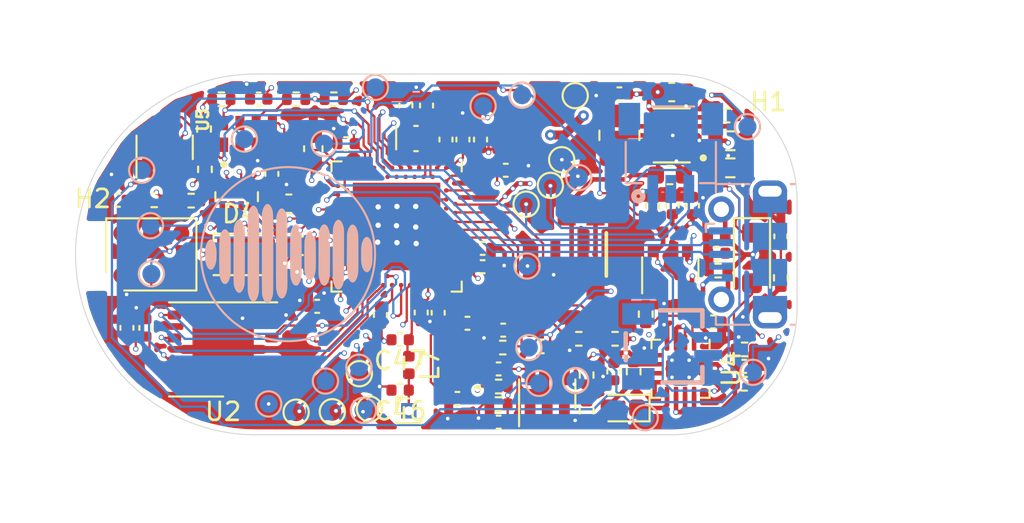
<source format=kicad_pcb>
(kicad_pcb (version 20221018) (generator pcbnew)
  (layers (0 "F.Cu" signal "Top") (1 "In1.Cu" signal) (2 "In2.Cu" signal) (31 "B.Cu" signal "Bottom") (34 "B.Paste" user) (35 "F.Paste" user) (36 "B.SilkS" user "B.Silkscreen") (37 "F.SilkS" user "F.Silkscreen") (38 "B.Mask" user) (39 "F.Mask" user) (44 "Edge.Cuts" user))
  (net 0 "")
  (net 1 "GND")
  (net 2 "/SWDIO")
  (net 3 "/SWDCLK")
  (net 4 "+BATT")
  (net 5 "/MEM_IO3")
  (net 6 "/MEM_CLK")
  (net 7 "/MEM_DI")
  (net 8 "/MEM_CS")
  (net 9 "/MEM_DO")
  (net 10 "/MEM_IO2")
  (net 11 "/LED_BLUE")
  (net 12 "/LED_RED")
  (net 13 "/LED_GREEN")
  (net 14 "V_charger")
  (net 15 "VBAT_LEVEL")
  (net 16 "MCU_POWER_LATCH")
  (net 17 "Net-(MK1-VDD)")
  (net 18 "Net-(J1-Pin_1)")
  (net 19 "/Power/FF_Q")
  (net 20 "FF_CLK")
  (net 21 "Net-(D3-K)")
  (net 22 "Net-(D3-A)")
  (net 23 "Net-(U3-L2)")
  (net 24 "Net-(U3-L1)")
  (net 25 "/I2C_SDA")
  (net 26 "/I2C_SCL")
  (net 28 "VSS")
  (net 29 "/Power/FF_D")
  (net 30 "Net-(U4-ISET)")
  (net 31 "Net-(U4-TS)")
  (net 32 "Net-(U4-ILIM)")
  (net 33 "Net-(U5-~{INT})")
  (net 34 "Net-(U3-PG)")
  (net 35 "Net-(U3-FB)")
  (net 39 "/ANTENNA")
  (net 40 "/PDM_CLK")
  (net 41 "/PDM_DATA")
  (net 42 "/BUTTON_INPUT")
  (net 43 "Net-(D4-BK)")
  (net 44 "Net-(D4-GK)")
  (net 45 "Net-(D4-RK)")
  (net 48 "/USB_N")
  (net 49 "/USB_P")
  (net 50 "/N_RESET")
  (net 51 "Net-(J3-VBUS)")
  (net 52 "Net-(J3-Shield)")
  (net 54 "/BUTTON_INPUT_MCU")
  (net 55 "VREG_EN")
  (net 56 "/DBG_TX")
  (net 57 "/DBG_RX")
  (net 58 "Net-(J3-GND)")
  (net 59 "/RTC_INT_N")
  (net 60 "Net-(Q1-S)")
  (net 61 "unconnected-(U1-AIN7{slash}P0.31-PadA8)")
  (net 70 "unconnected-(U1-P0.13-PadAD8)")
  (net 71 "unconnected-(U1-P0.20-PadAD16)")
  (net 78 "unconnected-(U1-P0.26-PadG1)")
  (net 80 "unconnected-(U1-NFC2{slash}P0.10-PadJ24)")
  (net 86 "Net-(U1-XC2)")
  (net 87 "Net-(U1-XC1)")
  (net 88 "Net-(U1-XL2{slash}P0.01)")
  (net 89 "Net-(U1-XL1{slash}P0.00)")
  (net 90 "/DEC1")
  (net 91 "/DEC4")
  (net 92 "/DEC2")
  (net 93 "/DEC3")
  (net 94 "/DEC5")
  (net 95 "/DECUSB")
  (net 96 "/DCCH")
  (net 97 "/DCC")
  (net 98 "VCC")
  (footprint "Capacitor_SMD:C_0402_1005Metric" (layer "F.Cu") (at 117.8474 103.0732 90)
    (fp_text reference "C17" hide)
    (fp_text value "1uF")
  )
  (footprint "Capacitor_SMD:C_0402_1005Metric" (layer "F.Cu") (at 118.8974 103.0732 90)
    (fp_text reference "C18" hide)
    (fp_text value "100nF")
  )
  (footprint "df_footprints:VQFN-16-1EP_3x3mm_P0.5mm_EP1.45x1.45mm_ThermalVias" (layer "F.Cu") (at 148.54 105.34 -90)
    (fp_text reference "U4")
    (fp_text value "BQ24078RGTR")
  )
  (footprint "Resistor_SMD:R_0402_1005Metric" (layer "F.Cu") (at 152.0952 104.267 180)
    (fp_text reference "R6" hide)
    (fp_text value "1.13K")
  )
  (footprint "Capacitor_SMD:C_0402_1005Metric" (layer "F.Cu") (at 150.3426 102.743 180)
    (fp_text reference "C20" hide)
    (fp_text value "4.7uF")
  )
  (footprint "Resistor_SMD:R_0402_1005Metric" (layer "F.Cu") (at 145.94 105.5 -90)
    (fp_text reference "R9" hide)
    (fp_text value "1K")
  )
  (footprint "Resistor_SMD:R_0402_1005Metric" (layer "F.Cu") (at 142.9 103.68 180)
    (fp_text reference "R11" hide)
    (fp_text value "1M")
  )
  (footprint "Resistor_SMD:R_0402_1005Metric" (layer "F.Cu") (at 144.91 103.68 180)
    (fp_text reference "R10" hide)
    (fp_text value "1M")
  )
  (footprint "LED_SMD:LED_0603_1608Metric" (layer "F.Cu") (at 145.3388 107.5182 180)
    (fp_text reference "D3" hide)
    (fp_text value "LED")
  )
  (footprint "Capacitor_SMD:C_0402_1005Metric" (layer "F.Cu") (at 152.0698 105.2068 180)
    (fp_text reference "C19" hide)
    (fp_text value "1uF")
  )
  (footprint "Resistor_SMD:R_0402_1005Metric" (layer "F.Cu") (at 152.0698 106.172)
    (fp_text reference "R8" hide)
    (fp_text value "1.18K")
  )
  (footprint "Resistor_SMD:R_0402_1005Metric" (layer "F.Cu") (at 151.1 91.3 180)
    (fp_text reference "R14" hide)
    (fp_text value "100K")
  )
  (footprint "Capacitor_SMD:C_0402_1005Metric" (layer "F.Cu") (at 137.5664 99.6816)
    (fp_text reference "C22" hide)
    (fp_text value "100nF")
  )
  (footprint "Inductor_SMD:L_0402_1005Metric" (layer "F.Cu") (at 138.43 92.6592 -90)
    (fp_text reference "L3" hide)
    (fp_text value "15nH")
  )
  (footprint "Resistor_SMD:R_0402_1005Metric" (layer "F.Cu") (at 154.1 100.3 -90)
    (fp_text reference "R1" hide)
    (fp_text value "100K")
  )
  (footprint "df_components:BT-XTAL_2016_N" (layer "F.Cu") (at 136.1024 104.9158 90)
    (fp_text reference "X2" hide)
    (fp_text value "32MHz")
  )
  (footprint "Resistor_SMD:R_0402_1005Metric" (layer "F.Cu") (at 122.1232 92.0496 -90)
    (fp_text reference "R2" hide)
    (fp_text value "4.7k")
  )
  (footprint "df_footprints:MountingHole_1mm" (layer "F.Cu") (at 115.96 99.11)
    (fp_text reference "H2")
    (fp_text value "MountingHole")
  )
  (footprint "df_footprints:IC_RV-4162-C7" (layer "F.Cu") (at 124.5616 92.3213 90)
    (fp_text reference "U5")
    (fp_text value "RV-4162-C7")
  )
  (footprint "Capacitor_SMD:C_0402_1005Metric" (layer "F.Cu") (at 134.458 90.7476 -90)
    (fp_text reference "C12" hide)
    (fp_text value "10pF")
  )
  (footprint "TestPoint:TestPoint_Pad_D1.0mm" (layer "F.Cu") (at 130.7338 105.6132)
    (fp_text reference "TP22" hide)
    (fp_text value "TestPoint")
  )
  (footprint "Resistor_SMD:R_0402_1005Metric" (layer "F.Cu") (at 122.174 94.2848 90)
    (fp_text reference "R24" hide)
    (fp_text value "100K")
  )
  (footprint "Capacitor_SMD:C_0402_1005Metric" (layer "F.Cu") (at 154.1 98 90)
    (fp_text reference "C3" hide)
    (fp_text value "100nF")
  )
  (footprint "Capacitor_SMD:C_0402_1005Metric" (layer "F.Cu") (at 138.4554 108.3 180)
    (fp_text reference "C27" hide)
    (fp_text value "100nF")
  )
  (footprint "Resistor_SMD:R_0402_1005Metric" (layer "F.Cu") (at 150.622 99.8982 180)
    (fp_text reference "R22" hide)
    (fp_text value "4.7k")
  )
  (footprint "Capacitor_SMD:C_0402_1005Metric" (layer "F.Cu") (at 138.7094 103.2002 180)
    (fp_text reference "C4" hide)
    (fp_text value "100nF")
  )
  (footprint "Capacitor_SMD:C_0402_1005Metric" (layer "F.Cu") (at 149.1996 96.2914 90)
    (fp_text reference "C6" hide)
    (fp_text value "1uF")
  )
  (footprint "Capacitor_SMD:C_0402_1005Metric" (layer "F.Cu") (at 146.9898 96.3168 90)
    (fp_text reference "C7" hide)
    (fp_text value "100nF")
  )
  (footprint "Capacitor_SMD:C_0402_1005Metric" (layer "F.Cu") (at 138.8498 94.3356)
    (fp_text reference "C14" hide)
    (fp_text value "1uF")
  )
  (footprint "Capacitor_SMD:C_0603_1608Metric" (layer "F.Cu") (at 127.4572 98.5266 180)
    (fp_text reference "C52" hide)
    (fp_text value "4.7uF")
  )
  (footprint "Capacitor_SMD:C_0603_1608Metric" (layer "F.Cu") (at 128.1818 93.1418 90)
    (fp_text reference "C51" hide)
    (fp_text value "4.7uF")
  )
  (footprint "Capacitor_SMD:C_0402_1005Metric" (layer "F.Cu") (at 129.9972 92.8624 180)
    (fp_text reference "C54" hide)
    (fp_text value "100nF")
  )
  (footprint "Capacitor_SMD:C_0402_1005Metric" (layer "F.Cu") (at 125.1546 90.3886 180)
    (fp_text reference "C24" hide)
    (fp_text value "1uF")
  )
  (footprint "Capacitor_SMD:C_0402_1005Metric" (layer "F.Cu") (at 136.1694 106.9848 180)
    (fp_text reference "C10" hide)
    (fp_text value "10pF")
  )
  (footprint "Resistor_SMD:R_0402_1005Metric" (layer "F.Cu") (at 138.684 104.1654 180)
    (fp_text reference "R21" hide)
    (fp_text value "1.6K")
  )
  (footprint "Capacitor_SMD:C_0402_1005Metric" (layer "F.Cu") (at 136.7282 102.8192)
    (fp_text reference "C9" hide)
    (fp_text value "10pF")
  )
  (footprint "TestPoint:TestPoint_Pad_D1.0mm" (layer "F.Cu") (at 139.9794 96.2152)
    (fp_text reference "TP7" hide)
    (fp_text value "TestPoint")
  )
  (footprint "Resistor_SMD:R_0402_1005Metric" (layer "F.Cu") (at 123.0826 90.3986)
    (fp_text reference "R4" hide)
    (fp_text value "4.7k")
  )
  (footprint "Capacitor_SMD:C_0402_1005Metric" (layer "F.Cu") (at 145.15 90.1 180)
    (fp_text reference "C23" hide)
    (fp_text value "10uF")
  )
  (footprint "Resistor_SMD:R_0402_1005Metric" (layer "F.Cu") (at 143.3322 105.6894 -90)
    (fp_text reference "R17" hide)
    (fp_text value "1.6K")
  )
  (footprint "Capacitor_SMD:C_0402_1005Metric" (layer "F.Cu") (at 148.082 96.2914 90)
    (fp_text reference "C5" hide)
    (fp_text value "100nF")
  )
  (footprint "Capacitor_SMD:C_0402_1005Metric" (layer "F.Cu") (at 134.1628 102.2216 -90)
    (fp_text reference "C48" hide)
    (fp_text value "N.C")
  )
  (footprint "Capacitor_SMD:C_0402_1005Metric" (layer "F.Cu") (at 135.5344 92.6338 90)
    (fp_text reference "C13" hide)
    (fp_text value "100nF")
  )
  (footprint "Resistor_SMD:R_0402_1005Metric" (layer "F.Cu") (at 119.36 96)
    (fp_text reference "R3" hide)
    (fp_text value "330")
  )
  (footprint "Package_TO_SOT_SMD:SOT-23" (layer "F.Cu") (at 119.9388 93.0656 90)
    (fp_text reference "Q1" hide)
    (fp_text value "PMOS")
  )
  (footprint "Package_TO_SOT_SMD:SOT-23-5" (layer "F.Cu") (at 141.1478 106.7308 90)
    (fp_text reference "U6" hide)
    (fp_text value "SN74LVC1G79DBVT")
  )
  (footprint "Capacitor_SMD:C_0402_1005Metric" (layer "F.Cu") (at 128.397 101.8794 180)
    (fp_text reference "C53" hide)
    (fp_text value "100nF")
  )
  (footprint "Inductor_SMD:L_0402_1005Metric" (layer "F.Cu") (at 150.53 98)
    (fp_text reference "FB2" hide)
    (fp_text value "FerriteBead")
  )
  (footprint "Inductor_SMD:L_1008_2520Metric" (layer "F.Cu") (at 145.15 92.4 -90)
    (fp_text reference "L1" hide)
    (fp_text value "0.47uH")
  )
  (footprint "df_footprints:MountingHole_1mm" (layer "F.Cu") (at 153.4 93.74)
    (fp_text reference "H1")
    (fp_text value "MountingHole")
  )
  (footprint "Resistor_SMD:R_0603_1608Metric" (layer "F.Cu") (at 151.3 92.7 180)
    (fp_text reference "R15" hide)
    (fp_text value "255k")
  )
  (footprint "Capacitor_SMD:C_0402_1005Metric" (layer "F.Cu") (at 125.8824 94.5388 -90)
    (fp_text reference "C25" hide)
    (fp_text value "100nF")
  )
  (footprint "Capacitor_SMD:C_0402_1005Metric" (layer "F.Cu") (at 132.9944 103.7336 180)
    (fp_text reference "C47")
    (fp_text value "0.7pF")
  )
  (footprint "TestPoint:TestPoint_Pad_D1.0mm" (layer "F.Cu") (at 142.7 90.2)
    (fp_text reference "TP19" hide)
    (fp_text value "TestPoint")
  )
  (footprint "Resistor_SMD:R_Array_Convex_4x0402" (layer "F.Cu") (at 123.9306 95.8008 -90)
    (fp_text reference "RN3" hide)
    (fp_text value "R_Pack04")
  )
  (footprint "Capacitor_SMD:C_0603_1608Metric" (layer "F.Cu") (at 148.05 90)
    (fp_text reference "C2" hide)
    (fp_text value "22uF")
  )
  (footprint "Capacitor_SMD:C_0603_1608Metric" (layer "F.Cu") (at 147.95 94.6)
    (fp_text reference "C1" hide)
    (fp_text value "22uF")
  )
  (footprint "Resistor_SMD:R_0402_1005Metric" (layer "F.Cu") (at 146.6088 102.3112 -90)
    (fp_text reference "R7" hide)
    (fp_text value "10K")
  )
  (footprint "Resistor_SMD:R_0402_1005Metric" (layer "F.Cu") (at 138.4554 106.3244 180)
    (fp_text reference "R5" hide)
    (fp_text value "1.6K")
  )
  (footprint "Capacitor_SMD:C_0603_1608Metric" (layer "F.Cu") (at 126.8222 96.1898 180)
    (fp_text reference "C50" hide)
    (fp_text value "4.7uF")
  )
  (footprint "Capacitor_SMD:C_0402_1005Metric" (layer "F.Cu") (at 132.9944 106.5276 180)
    (fp_text reference "C46")
    (fp_text value "DNP")
  )
  (footprint "Crystal:Crystal_SMD_MicroCrystal_CM9V-T1A-2Pin_1.6x1.0mm" (layer "F.Cu") (at 133.8738 92.5764)
    (fp_text reference "X1" hide)
    (fp_text value "32.768kHz")
  )
  (footprint "Capacitor_SMD:C_0402_1005Metric" (layer "F.Cu") (at 137.5664 98.6656)
    (fp_text reference "C16" hide)
    (fp_text value "N.C")
  )
  (footprint "Capacitor_SMD:C_0402_1005Metric" (layer "F.Cu") (at 144.84 105.5 -90)
    (fp_text reference "C21" hide)
    (fp_text value "4.7uF")
  )
  (footprint "TestPoint:TestPoint_Pad_D1.0mm" (layer "F.Cu") (at 131.2926 107.569)
    (fp_text reference "TP29" hide)
    (fp_text value "TestPoint")
  )
  (footprint "Resistor_SMD:R_0603_1608Metric" (layer "F.Cu") (at 151.3 94.2 180)
    (fp_text reference "R16" hide)
    (fp_text value "91k")
  )
  (footprint "TestPoint:TestPoint_Pad_D1.0mm" (layer "F.Cu") (at 141.3256 95.1738 90)
    (fp_text reference "TP6" hide)
    (fp_text value "TestPoint")
  )
  (footprint "Inductor_SMD:L_0402_1005Metric" (layer "F.Cu") (at 133.477 105.1306 -90)
    (fp_text reference "L7")
    (fp_text value "2.2nH")
  )
  (footprint "df_components:SW_KMR221GLFS" (layer "F.Cu") (at 143.025 99 90)
    (fp_text reference "S1" hide)
    (fp_text value "KMR221GLFS")
  )
  (footprint "Capacitor_SMD:C_0402_1005Metric" (layer "F.Cu") (at 135.1026 102.235 -90)
    (fp_text reference "C28" hide)
    (fp_text value "100p")
  )
  (footprint "TestPoint:TestPoint_Pad_D1.0mm" (layer "F.Cu") (at 141.95 93.75 90)
    (fp_text reference "TP8" hide)
    (fp_text value "TestPoint")
  )
  (footprint "Capacitor_SMD:C_0402_1005Metric" (layer "F.Cu") (at 136.4742 92.6338 90)
    (fp_text reference "C55" hide)
    (fp_text value "1uF")
  )
  (footprint "Diode_SMD:D_SOD-123F" (layer "F.Cu") (at 152.5 99.2 -90)
    (fp_text reference "D5" hide)
    (fp_text value "D_Schottky")
  )
  (footprint "Resistor_SMD:R_0402_1005Metric" (layer "F.Cu") (at 121.41 96.02)
    (fp_text reference "R25" hide)
    (fp_text value "330")
  )
  (footprint "TestPoint:TestPoint_Pad_D1.0mm" (layer "F.Cu") (at 139.7508 90.17)
    (fp_text reference "TP26" hide)
    (fp_text value "TestPoint")
  )
  (footprint "Capacitor_SMD:C_0402_1005Metric" (layer "F.Cu") (at 137.4514 92.6338 90)
    (fp_text reference "C29" hide)
    (fp_text value "47nF")
  )
  (footprint "Resistor_SMD:R_0402_1005Metric" (layer "F.Cu") (at 129.3186 90.3986 180)
    (fp_text reference "R23" hide)
    (fp_text value "1M")
  )
  (footprint "Inductor_SMD:L_0402_1005Metric" (layer "F.Cu") (at 139.4714 92.6846 90)
    (fp_text reference "L2" hide)
    (fp_text value "10uH")
  )
  (footprint "df_components:VREG_TPS63802DLAR" (layer "F.Cu") (at 148.05 92.4 180)
    (fp_text reference "U3" hide)
    (fp_text value "TPS63802DLAR")
  )
  (footprint "Capacitor_SMD:C_0402_1005Metric" (layer "F.Cu") (at 138.4554 105.35 180)
    (fp_text reference "C26" hide)
    (fp_text value "1uF")
  )
  (footprint "df_footprints:LED_Cree-PLCC4_2x2mm_CW" (layer "F.Cu") (at 124.1 99)
    (fp_text reference "D4")
    (fp_text value "ASMB-LTC2-0A335")
  )
  (footprint "Inductor_SMD:L_0402_1005Metric" (layer "F.Cu") (at 148.76 101.79)
    (fp_text reference "FB3" hide)
    (fp_text value "FerriteBead")
  )
  (footprint "Inductor_SMD:L_0402_1005Metric" (layer "F.Cu") (at 148.06 97.77 180)
    (fp_text reference "FB1" hide)
    (fp_text value "FerriteBead")
  )
  (footprint "Capacitor_SMD:C_0402_1005Metric" (layer "F.Cu") (at 131.9022 102.362 -90)
    (fp_text reference "C49" hide)
    (fp_text value "820pF")
  )
  (footprint "TestPoint:TestPoint_Pad_D1.0mm" (layer "F.Cu") (at 127.2286 107.7468)
    (fp_text reference "TP1" hide)
    (fp_text value "TestPoint")
  )
  (footprint "Capacitor_SMD:C_0402_1005Metric" (layer "F.Cu") (at 150.5458 98.933 180)
    (fp_text reference "C8" hide)
    (fp_text value "100nF")
  )
  (footprint "Sensor_Audio:ST_HLGA-6_3.76x4.72mm_P1.65mm" (layer "F.Cu") (at 119.2 99 90)
    (fp_text reference "MK1" hide)
    (fp_text value "CMM-4737DT")
  )
  (footprint "Resistor_SMD:R_0402_1005Metric" (layer "F.Cu") (at 140.8 104.1)
    (fp_text reference "R13" hide)
    (fp_text value "1K")
  )
  (footprint "df_footprints:WSON-8-1EP_6x5mm_P1.27mm_EP3.4x4.3mm" (layer "F.Cu") (at 123.1824 104.267 180)
    (fp_text reference "U2")
    (fp_text value "W25Q128JWPIQ")
  )
  (footprint "TestPoint:TestPoint_Pad_D1.0mm" (layer "F.Cu") (at 129.2352 107.7214)
    (fp_text reference "TP3" hide)
    (fp_text value "TestPoint")
  )
  (footprint "Capacitor_SMD:C_0402_1005Metric" (layer "F.Cu") (at 133.315 90.7476 -90)
    (fp_text reference "C11" hide)
    (fp_text value "10pF")
  )
  (footprint "Connector_PinHeader_1.00mm:PinHeader_1x01_P1.00mm_Vertical" (layer "F.Cu") (at 133.477 107.6706)
    (fp_text reference "J1" hide)
    (fp_text value "Conn_01x01_Female")
  )
  (footprint "Resistor_SMD:R_0402_1005Metric" (layer "F.Cu") (at 138.4454 107.3 180)
    (fp_text reference "R18" hide)
    (fp_text value "100K")
  )
  (footprint "Resistor_SMD:R_0402_1005Metric" (layer "F.Cu") (at 143.3322 107.67 -90)
    (fp_text reference "R19" hide)
    (fp_text value "100K")
  )
  (footprint "Package_DFN_QFN:Nordic_AQFN-73-1EP_7x7mm_P0.5mm" (layer "F.Cu") (at 132.7979 97.4531 -90)
    (fp_text reference "U1" hide)
    (fp_text value "nRF52840")
  )
  (footprint "Resistor_SMD:R_0402_1005Metric" (layer "F.Cu") (at 127.2266 90.3986 180)
    (fp_text reference "R12" hide)
    (fp_text value "330")
  )
  (footprint "Capacitor_SMD:C_0402_1005Metric" (layer "F.Cu") (at 117.35 96 180)
    (fp_text reference "C15" hide)
    (fp_text value "100nF")
  )
  (footprint "Package_TO_SOT_SMD:SOT-143" (layer "F.Cu") (at 147.9702 99.81 90)
    (fp_text reference "D1" hide)
    (fp_text value "PRTR5V0U2X")
  )
  (footprint "TestPoint:TestPoint_Pad_D1.0mm" (layer "B.Cu") (at 130.9624 107.6452 180)
    (fp_text reference "TP28" hide)
    (fp_text value "TestPoint")
  )
  (footprint "TestPoint:TestPoint_Pad_D1.0mm" (layer "B.Cu") (at 139.7508 90.17 180)
    (fp_text reference "TP2" hide)
    (fp_text value "chg")
  )
  (footprint "TestPoint:TestPoint_Pad_D1.0mm" (layer "B.Cu") (at 140.6906 106.1466 180)
    (fp_text reference "TP12" hide)
    (fp_text value "TestPoint")
  )
  (footprint "TestPoint:TestPoint_Pad_D1.0mm" (layer "B.Cu") (at 128.8542 106.0196 180)
    (fp_text reference "TP15" hide)
    (fp_text value "TestPoint")
  )
  (footprint "TestPoint:TestPoint_Pad_D1.0mm" (layer "B.Cu") (at 140.1318 104.1654 180)
    (fp_text reference "TP33" hide)
    (fp_text value "TestPoint")
  )
  (footprint "TestPoint:TestPoint_Pad_D1.0mm" (layer "B.Cu") (at 119.2022 100.076 180)
    (fp_text reference "TP10" hide)
    (fp_text value "TestPoint")
  )
  (footprint "TestPoint:TestPoint_Pad_D1.0mm" (layer "B.Cu") (at 142.9004 94.742 180)
    (fp_text reference "TP4" hide)
    (fp_text value "gnd")
  )
  (footprint "Connector_USB:USB_Micro-B_Molex-105017-0001" (layer "B.Cu") (at 152.2625 99 -90)
    (fp_text reference "J3" hide)
    (fp_text value "USB_B_Micro")
  )
  (footprint "TestPoint:TestPoint_Pad_D1.0mm" (layer "B.Cu") (at 124.3584 92.6084 180)
    (fp_text reference "TP18" hide)
    (fp_text value "TestPoint")
  )
  (footprint "_other:JST_SM03B-SRSS-TB_LF__SN_" (layer "B.Cu") (at 148 95.375)
    (fp_text reference "J5" hide)
    (fp_text value "Conn_01x03_Socket")
  )
  (footprint "TestPoint:TestPoint_Pad_D1.0mm" (layer "B.Cu") (at 152.5524 105.537 180)
    (fp_text reference "TP27" hide)
    (fp_text value "TestPoint")
  )
  (footprint "TestPoint:TestPoint_Pad_D1.0mm" (layer "B.Cu") (at 152.2476 91.9226 180)
    (fp_text reference "TP24" hide)
    (fp_text value "TestPoint")
  )
  (footprint "_other:df_symbol" (layer "B.Cu") (at 126.8222 99.0346 180)
    (fp_text reference "G***" hide)
    (fp_text value "LOGO" hide)
  )
  (footprint "TestPoint:TestPoint_Pad_D1.0mm" (layer "B.Cu") (at 130.7084 105.2576 180)
    (fp_text reference "TP17" hide)
    (fp_text value "TestPoint")
  )
  (footprint "_other:SM02B-SRSS-TB_LF__SN_" (layer "B.Cu") (at 148.1 104.1 90)
    (fp_text reference "J4" hide)
    (fp_text value "Conn_01x02_Socket")
  )
  (footprint "TestPoint:TestPoint_Pad_D1.0mm" (layer "B.Cu") (at 125.7046 107.2896 180)
    (fp_text reference "TP25" hide)
    (fp_text value "TestPoint")
  )
  (footprint "TestPoint:TestPoint_Pad_D1.0mm" (layer "B.Cu") (at 119.1514 97.409 180)
    (fp_text reference "TP9" hide)
    (fp_text value "TestPoint")
  )
  (footprint "TestPoint:TestPoint_Pad_D1.0mm" (layer "B.Cu") (at 128.778 92.8624 180)
    (fp_text reference "TP5" hide)
    (fp_text value "TestPoint")
  )
  (footprint "TestPoint:TestPoint_Pad_D1.0mm" (layer "B.Cu") (at 142.7226 105.9942 180)
    (fp_text reference "TP14" hide)
    (fp_text value "TestPoint")
  )
  (footprint "TestPoint:TestPoint_Pad_D1.0mm" (layer "B.Cu") (at 118.6688 94.3356 180)
    (fp_text reference "TP16" hide)
    (fp_text value "TestPoint")
  )
  (footprint "TestPoint:TestPoint_Pad_D1.0mm" (layer "B.Cu") (at 131.6228 89.7382 180)
    (fp_text reference "TP32" hide)
    (fp_text value "TestPoint")
  )
  (footprint "TestPoint:TestPoint_Pad_D1.0mm" (layer "B.Cu") (at 140.0302 99.6442 180)
    (fp_text reference "TP13" hide)
    (fp_text value "TestPoint")
  )
  (footprint "TestPoint:TestPoint_Pad_D1.0mm" (layer "B.Cu") (at 137.5918 90.7796 180)
    (fp_text reference "TP21" hide)
    (fp_text value "TestPoint")
  )
  (footprint "TestPoint:TestPoint_Pad_D1.0mm" (layer "B.Cu") (at 146.5834 108.0516 180)
    (fp_text reference "TP23" hide)
    (fp_text value "TestPoint")
  )
  (gr_circle (center 126.777224 98.9846) (end 131.177224 100.9646) (stroke (width 0.12)) (fill none) (layer "B.SilkS"))
  (gr_line (start 148 89) (end 125 89) (stroke (width 0.05)) (layer "Edge.Cuts"))
  (gr_line (start 125 109) (end 148 109) (stroke (width 0.05)) (layer "Edge.Cuts"))
  (gr_arc (start 148 89) (mid 152.949748 91.050252) (end 155 96) (stroke (width 0.05)) (layer "Edge.Cuts"))
  (gr_arc (start 125 109) (mid 115 99) (end 125 89) (stroke (width 0.05)) (layer "Edge.Cuts"))
  (gr_arc (start 155 102) (mid 152.949748 106.949748) (end 148 109) (stroke (width 0.05)) (layer "Edge.Cuts"))
  (gr_line (start 155 96) (end 155 102) (stroke (width 0.05)) (layer "Edge.Cuts"))
  (segment (start 126.6952 95.123) (end 126.6698 95.0976) (width 0.254) (layer "F.Cu") (net 1))
  (segment (start 135.636 108.1024) (end 135.6106 108.1024) (width 0.127) (layer "F.Cu") (net 1))
  (segment (start 148.082 95.8114) (end 148.491 95.4024) (width 0.254) (layer "F.Cu") (net 1))
  (segment (start 151.9936 95.1992) (end 151.9936 95.1738) (width 0.254) (layer "F.Cu") (net 1))
  (segment (start 133.858 96.393) (end 132.842 97.409) (width 0.127) (layer "F.Cu") (net 1))
  (segment (start 128.778 101.7804) (end 128.877 101.8794) (width 0.127) (layer "F.Cu") (net 1))
  (segment (start 154.1 97.331) (end 153.6954 96.9264) (width 0.254) (layer "F.Cu") (net 1))
  (segment (start 117.8306 101.1936) (end 117.8306 101.1936) (width 0.127) (layer "F.Cu") (net 1))
  (segment (start 133.9088 96.3422) (end 133.858 96.3422) (width 0.127) (layer "F.Cu") (net 1))
  (segment (start 119.2 100.17) (end 119.2 101.1704) (width 0.127) (layer "F.Cu") (net 1))
  (segment (start 137.3632 108.077) (end 137.3632 108.077) (width 0.127) (layer "F.Cu") (net 1))
  (segment (start 118.3386 101.981) (end 118.1608 101.981) (width 0.127) (layer "F.Cu") (net 1))
  (segment (start 147.5506 101.8012) (end 147.6248 101.727) (width 0.127) (layer "F.Cu") (net 1))
  (segment (start 131.9022 102.842) (end 131.9022 103.6066) (width 0.254) (layer "F.Cu") (net 1))
  (segment (start 128.778 101.1428) (end 128.778 101.7804) (width 0.127) (layer "F.Cu") (net 1))
  (segment (start 152.8064 106.172) (end 153.3144 105.664) (width 0.254) (layer "F.Cu") (net 1))
  (segment (start 138.7856 98.9076) (end 138.7856 99.6442) (width 0.254) (layer "F.Cu") (net 1))
  (segment (start 147.6248 101.8032) (end 147.6248 101.727) (width 0.127) (layer "F.Cu") (net 1))
  (segment (start 135.1026 102.715) (end 134.648 102.715) (width 0.254) (layer "F.Cu") (net 1))
  (segment (start 142.0978 107.8683) (end 142.4095 108.18) (width 0.127) (layer "F.Cu") (net 1))
  (segment (start 137.3378 108.1024) (end 137.5354 108.3) (width 0.127) (layer "F.Cu") (net 1))
  (segment (start 129.2352 92.1258) (end 129.3114 92.0496) (width 0.127) (layer "F.Cu") (net 1))
  (segment (start 149.6848 95.8114) (end 149.1996 95.8114) (width 0.127) (layer "F.Cu") (net 1))
  (segment (start 137.3378 108.1024) (end 137.3378 108.1024) (width 0.127) (layer "F.Cu") (net 1))
  (segment (start 137.4514 91.8464) (end 137.4514 92.1538) (width 0.127) (layer "F.Cu") (net 1))
  (segment (start 146.9898 95.8368) (end 147.4242 95.4024) (width 0.254) (layer "F.Cu") (net 1))
  (segment (start 135.6894 108.0236) (end 135.636 108.077) (width 0.127) (layer "F.Cu") (net 1))
  (segment (start 137.3378 108.077) (end 137.3378 108.1024) (width 0.127) (layer "F.Cu") (net 1))
  (segment (start 142.3924 104.3178) (end 142.39 104.29) (width 0.127) (layer "F.Cu") (net 1))
  (segment (start 134.2979 95.9531) (end 133.9088 96.3422) (width 0.127) (layer "F.Cu") (net 1))
  (segment (start 132.1562 106.3244) (end 132.1562 106.3244) (width 0.127) (layer "F.Cu") (net 1))
  (segment (start 125.0116 92.9213) (end 125.0116 93.7188) (width 0.254) (layer "F.Cu") (net 1))
  (segment (start 148.3106 93.98) (end 148.725 94.3944) (width 0.254) (layer "F.Cu") (net 1))
  (segment (start 135.5479 95.9531) (end 134.2979 95.9531) (width 0.127) (layer "F.Cu") (net 1))
  (segment (start 126.0472 97.8916) (end 126.0472 97.168) (width 0.127) (layer "F.Cu") (net 1))
  (segment (start 132.842 97.409) (end 132.7912 97.409) (width 0.127) (layer "F.Cu") (net 1))
  (segment (start 126.6822 98.5266) (end 126.0472 97.8916) (width 0.127) (layer "F.Cu") (net 1))
  (segment (start 117.8474 102.2944) (end 117.8474 102.5932) (width 0.127) (layer "F.Cu") (net 1))
  (segment (start 117.8306 101.1936) (end 117.8306 101.219) (width 0.127) (layer "F.Cu") (net 1))
  (segment (start 127.4318 101.5492) (end 127.4318 101.5238) (width 0.127) (layer "F.Cu") (net 1))
  (segment (start 149.8115 95.9381) (end 149.7838 95.9104) (width 0.127) (layer "F.Cu") (net 1))
  (segment (start 137.9354 107.3) (end 137.6068 107.3) (width 0.127) (layer "F.Cu") (net 1))
  (segment (start 149.4992 92.4) (end 149.5806 92.4814) (width 0.254) (layer "F.Cu") (net 1))
  (segment (start 126.0472 97.142) (end 126.0472 96.1898) (width 0.127) (layer "F.Cu") (net 1))
  (segment (start 150.6982 105.4354) (end 150.6982 105.2322) (width 0.254) (layer "F.Cu") (net 1))
  (segment (start 131.9022 103.6066) (end 132.1054 103.8098) (width 0.254) (layer "F.Cu") (net 1))
  (segment (start 134.6454 102.7176) (end 134.6428 102.715) (width 0.254) (layer "F.Cu") (net 1))
  (segment (start 144.461 105.98) (end 144.2466 105.7656) (width 0.254) (layer "F.Cu") (net 1))
  (segment (start 147.4242 95.4024) (end 147.673 95.4024) (width 0.254) (layer "F.Cu") (net 1))
  (segment (start 149.733 95.8596) (end 149.6848 95.8114) (width 0.127) (layer "F.Cu") (net 1))
  (segment (start 133.858 96.3422) (end 133.858 96.393) (width 0.127) (layer "F.Cu") (net 1))
  (segment (start 118.3894 101.981) (end 118.364 101.9556) (width 0.127) (layer "F.Cu") (net 1))
  (segment (start 137.1212 91.5162) (end 137.4514 91.8464) (width 0.127) (layer "F.Cu") (net 1))
  (segment (start 153.3144 104.394) (end 153.1874 104.267) (width 0.254) (layer "F.Cu") (net 1))
  (segment (start 153.337 101.573) (end 154.1 100.81) (width 0.254) (layer "F.Cu") (net 1))
  (segment (start 147.673 95.4024) (end 148.082 95.8114) (width 0.254) (layer "F.Cu") (net 1))
  (segment (start 136.4742 92.1538) (end 136.4742 91.555) (width 0.127) (layer "F.Cu") (net 1))
  (segment (start 140.081 94.0816) (end 140.1064 94.0816) (width 0.127) (layer "F.Cu") (net 1))
  (segment (start 134.2979 98.9531) (end 132.7979 97.4531) (width 0.127) (layer "F.Cu") (net 1))
  (segment (start 151.5338 103.5558) (end 150.721 102.743) (width 0.254) (layer "F.Cu") (net 1))
  (segment (start 131.8514 106.3244) (end 132.3112 106.3244) (width 0.127) (layer "F.Cu") (net 1))
  (segment (start 118.364 101.9556) (end 118.3386 101.981) (width 0.127) (layer "F.Cu") (net 1))
  (segment (start 137.6426 103.632) (end 137.3886 103.378) (width 0.254) (layer "F.Cu") (net 1))
  (segment (start 149.8115 97.7665) (end 149.8115 95.9381) (width 0.127) (layer "F.Cu") (net 1))
  (segment (start 153.3144 105.2322) (end 153.3144 104.8766) (width 0.254) (layer "F.Cu") (net 1))
  (segment (start 153.3144 105.664) (end 153.3144 105.2322) (width 0.254) (layer "F.Cu") (net 1))
  (segment (start 120.85 100.8412) (end 120.4976 101.1936) (width 0.127) (layer "F.Cu") (net 1))
  (segment (start 127.917 101.8794) (end 127.7874 101.8794) (width 0.127) (layer "F.Cu") (net 1))
  (segment (start 142.4095 108.18) (end 142.6732 108.18) (width 0.127) (layer "F.Cu") (net 1))
  (segment (start 146.657 95.504) (end 146.4564 95.504) (width 0.254) (layer "F.Cu") (net 1))
  (segment (start 138.2294 103.2002) (end 138.049 103.2002) (width 0.254) (layer "F.Cu") (net 1))
  (segment (start 139.3298 94.3356) (end 139.827 94.3356) (width 0.127) (layer "F.Cu") (net 1))
  (segment (start 133.9982 89.8078) (end 134.458 90.2676) (width 0.127) (layer "F.Cu") (net 1))
  (segment (start 136.4608 91.1606) (end 136.4354 91.1606) (width 0.127) (layer "F.Cu") (net 1))
  (segment (start 142.39 103.68) (end 142.3924 104.3178) (width 0.127) (layer "F.Cu") (net 1))
  (segment (start 129.5172 92.2554) (end 129.3114 92.0496) (width 0.127) (layer "F.Cu") (net 1))
  (segment (start 118.8974 102.5932) (end 118.8974 102.2096) (width 0.127) (layer "F.Cu") (net 1))
  (segment (start 120.85 100.17) (end 120.85 100.8412) (width 0.127) (layer "F.Cu") (net 1))
  (segment (start 135.5274 105.6408) (end 135.5274 105.5178) (width 0.127) (layer "F.Cu") (net 1))
  (segment (start 137.3886 103.378) (end 137.3886 102.9996) (width 0.254) (layer "F.Cu") (net 1))
  (segment (start 149.5806 92.837) (end 149.5806 92.6846) (width 0.254) (layer "F.Cu") (net 1))
  (segment (start 152.5798 106.172) (end 152.8064 106.172) (width 0.254) (layer "F.Cu") (net 1))
  (segment (start 127.4318 101.5238) (end 127.4318 101.5238) (width 0.127) (layer "F.Cu") (net 1))
  (segment (start 133.7748 89.8078) (end 133.8096 89.8078) (width 0.127) (layer "F.Cu") (net 1))
  (segment (start 118.1608 101.981) (end 117.8474 102.2944) (width 0.127) (layer "F.Cu") (net 1))
  (segment (start 134.6428 102.715) (end 134.1762 102.715) (width 0.254) (layer "F.Cu") (net 1))
  (segment (start 150.5436 105.59) (end 150.6982 105.4354) (width 0.254) (layer "F.Cu") (net 1))
  (segment (start 150.045 98) (end 149.8115 97.7665) (width 0.127) (layer "F.Cu") (net 1))
  (segment (start 129.5479 100.2031) (end 128.778 100.973) (width 0.127) (layer "F.Cu") (net 1))
  (segment (start 116.87 96) (end 116.87 94.6866) (width 0.127) (layer "F.Cu") (net 1))
  (segment (start 117.856 101.219) (end 117.55 100.913) (width 0.127) (layer "F.Cu") (net 1))
  (segment (start 137.2082 102.8192) (end 136.6774 103.35) (width 0.127) (layer "F.Cu") (net 1))
  (segment (start 148.95 92.9) (end 149.5176 92.9) (width 0.254) (layer "F.Cu") (net 1))
  (segment (start 135.6106 108.1024) (end 135.636 108.077) (width 0.127) (layer "F.Cu") (net 1))
  (segment (start 133.962 89.8078) (end 133.9982 89.8078) (width 0.127) (layer "F.Cu") (net 1))
  (segment (start 126.0472 97.168) (end 126.0602 97.155) (width 0.127) (layer "F.Cu") (net 1))
  (segment (start 133.8858 89.7316) (end 133.962 89.8078) (width 0.127) (layer "F.Cu") (net 1))
  (segment (start 148.275 101.79) (end 147.6116 101.79) (width 0.127) (layer "F.Cu") (net 1))
  (segment (start 147.48 101.6584) (end 147.48 100.81) (width 0.127) (layer "F.Cu") (net 1))
  (segment (start 149.9775 105.59) (end 150.5436 105.59) (width 0.254) (layer "F.Cu") (net 1))
  (segment (start 151.9936 102.4636) (end 151.9936 102.345424) (width 0.254) (layer "F.Cu") (net 1))
  (segment (start 146.5326 104.521) (end 146.5326 104.1908) (width 0.254) (layer "F.Cu") (net 1))
  (segment (start 150.5036 94.2) (end 151.1808 93.5228) (width 0.254) (layer "F.Cu") (net 1))
  (segment (start 129.3114 92.0496) (end 129.3114 92.0242) (width 0.127) (layer "F.Cu") (net 1))
  (segment (start 150.475 94.2) (end 150.5036 94.2) (width 0.127) (layer "F.Cu") (net 1))
  (segment (start 137.6426 103.632) (end 137.6426 103.6066) (width 0.254) (layer "F.Cu") (net 1))
  (segment (start 137.668 103.632) (end 137.6426 103.632) (width 0.254) (layer "F.Cu") (net 1))
  (segment (start 120.4976 101.1936) (end 119.1768 101.1936) (width 0.127) (layer "F.Cu") (net 1))
  (segment (start 152.223 95.4286) (end 151.9936 95.1992) (width 0.254) (layer "F.Cu") (net 1))
  (segment (start 153.416 104.775) (end 153.3144 104.6734) (width 0.254) (layer "F.Cu") (net 1))
  (segment (start 144.67 90.1) (end 144.0118 90.1) (width 0.254) (layer "F.Cu") (net 1))
  (segment (start 147.6116 101.79) (end 147.6248 101.8032) (width 0.127) (layer "F.Cu") (net 1))
  (segment (start 133.8096 89.8078) (end 133.8858 89.7316) (width 0.127) (layer "F.Cu") (net 1))
  (segment (start 138.0838 99.6442) (end 138.0464 99.6816) (width 0.254) (layer "F.Cu") (net 1))
  (segment (start 132.5486 103.8044) (end 132.1108 103.8044) (width 0.127) (layer "F.Cu") (net 1))
  (segment (start 134.2979 100.2031) (end 134.2979 98.9531) (width 0.127) (layer "F.Cu") (net 1))
  (segment (start 118.8974 102.2096) (end 118.6688 101.981) (width 0.127) (layer "F.Cu") (net 1))
  (segment (start 137.5354 108.3) (end 137.9754 108.3) (width 0.127) (layer "F.Cu") (net 1))
  (segment (start 128.1818 92.3668) (end 128.2068 92.3668) (width 0.127) (layer "F.Cu") (net 1))
  (segment (start 147.574 102.8954) (end 147.6502 102.9716) (width 0.254) (layer "F.Cu") (net 1))
  (segment (start 150.045 99.745) (end 150.045 98) (width 0.127) (layer "F.Cu") (net 1))
  (segment (start 142.7212 108.18) (end 143.3322 108.18) (width 0.127) (layer "F.Cu") (net 1))
  (segment (start 150.556 105.09) (end 149.9775 105.09) (width 0.254) (layer "F.Cu") (net 1))
  (segment (start 140.1064 94.0562) (end 140.081 94.0816) (width 0.127) (layer "F.Cu") (net 1))
  (segment (start 147.5486 101.727) (end 147.48 101.6584) (width 0.127) (layer "F.Cu") (net 1))
  (segment (start 152.223 96.8256) (end 152.223 95.4286) (width 0.254) (layer "F.Cu") (net 1))
  (segment (start 147.79 103.1114) (end 147.6248 102.9462) (width 0.254) (layer "F.Cu") (net 1))
  (segment (start 117.3734 94.1832) (end 116.9924 94.5642) (width 0.254) (layer "F.Cu") (net 1))
  (segment (start 135.5344 92.1538) (end 135.5344 91.8076) (width 0.127) (layer "F.Cu") (net 1))
  (segment (start 136.4742 91.555) (end 136.4354 91.5162) (width 0.127) (layer "F.Cu") (net 1))
  (segment (start 137.6068 107.3) (end 137.3632 107.5436) (width 0.127) (layer "F.Cu") (net 1))
  (segment (start 132.3112 106.3244) (end 132.5144 106.5276) (width 0.127) (layer "F.Cu") (net 1))
  (segment (start 128.4478 92.1258) (end 129.2352 92.1258) (width 0.127) (layer "F.Cu") (net 1))
  (segment (start 148.825 90) (end 148.825 90.6844) (width 0.254) (layer "F.Cu") (net 1))
  (segment (start 151.9936 95.1738) (end 151.9682 95.1738) (width 0.254) (layer "F.Cu") (net 1))
  (segment (start 137.3632 108.077) (end 137.3378 108.077) (width 0.127) (layer "F.Cu") (net 1))
  (segment (start 132.7912 97.409) (end 132.7912 97.4598) (width 0.127) (layer "F.Cu") (net 1))
  (segment (start 138.174 104.1654) (end 138.174 104.138) (width 0.254) (layer "F.Cu") (net 1))
  (segment (start 151.765 103.5812) (end 151.7396 103.5558) (width 0.254) (layer "F.Cu") (net 1))
  (segment (start 133.315 90.2676) (end 133.7748 89.8078) (width 0.127) (layer "F.Cu") (net 1))
  (segment (start 117.55 100.913) (end 117.55 100.17) (width 0.127) (layer "F.Cu") (net 1))
  (segment (start 142.6972 108.204) (end 142.7212 108.18) (width 0.127) (layer "F.Cu") (net 1))
  (segment (start 127.7874 101.8794) (end 127.4572 101.5492) (width 0.127) (layer "F.Cu") (net 1))
  (segment (start 119.1768 101.1936) (end 117.8306 101.1936) (width 0.127) (layer "F.Cu") (net 1))
  (segment (start 125.8824 102.362) (end 126.6698 102.362) (width 0.127) (layer "F.Cu") (net 1))
  (segment (start 148.3106 93.8276) (end 148.3106 93.98) (width 0.254) (layer "F.Cu") (net 1))
  (segment (start 134.648 102.715) (end 134.6454 102.7176) (width 0.254) (layer "F.Cu") (net 1))
  (segment (start 138.049 103.2002) (end 137.6426 103.6066) (width 0.254) (layer "F.Cu") (net 1))
  (segment (start 147.1025 106.09) (end 147.79 106.09) (width 0.127) (layer "F.Cu") (net 1))
  (segment (start 137.6426 103.6066) (end 137.6426 103.6066) (width 0.254) (layer "F.Cu") (net 1))
  (segment (start 146.9898 95.8368) (end 146.657 95.504) (width 0.254) (layer "F.Cu") (net 1))
  (segment (start 124.4854 90.1994) (end 124.4854 89.5604) (width 0.127) (layer "F.Cu") (net 1))
  (segment (start 119.2 101.1704) (end 119.1768 101.1936) (width 0.127) (layer "F.Cu") (net 1))
  (segment (start 147.6248 102.9462) (end 147.6248 102.8954) (width 0.254) (layer "F.Cu") (net 1))
  (segment (start 150.15 99.85) (end 150.045 99.745) (width 0.127) (layer "F.Cu") (net 1))
  (segment (start 125.0116 93.7188) (end 125.095 93.8022) (width 0.254) (layer "F.Cu") (net 1))
  (segment (start 152.766024 101.573) (end 153.337 101.573) (width 0.254) (layer "F.Cu") (net 1))
  (segment (start 136.6774 103.35) (end 136.6774 104.1908) (width 0.127) (layer "F.Cu") (net 1))
  (segment (start 150.6982 105.2322) (end 150.556 105.09) (width 0.254) (layer "F.Cu") (net 1))
  (segment (start 126.0602 97.155) (end 126.0472 97.142) (width 0.127) (layer "F.Cu") (net 1))
  (segment (start 135.5274 105.5178) (end 136.6774 104.3678) (width 0.127) (layer "F.Cu") (net 1))
  (segment (start 148.7906 95.4024) (end 149.1996 95.8114) (width 0.254) (layer "F.Cu") (net 1))
  (segment (start 132.5144 106.4514) (end 132.5986 106.3672) (width 0.127) (layer "F.Cu") (net 1))
  (segment (start 153.1874 104.267) (end 152.6052 104.267) (width 0.254) (layer "F.Cu") (net 1))
  (segment (start 138.5436 98.6656) (end 138.7856 98.9076) (width 0.254) (layer "F.Cu") (net 1))
  (segment (start 135.8258 91.5162) (end 136.4354 91.5162) (width 0.127) (layer "F.Cu") (net 1))
  (segment (start 154.1 97.52) (end 154.1 97.331) (width 0.254) (layer "F.Cu") (net 1))
  (segment (start 124.6746 90.3886) (end 124.4854 90.1994) (width 0.127) (layer "F.Cu") (net 1))
  (segment (start 127.4572 101.5492) (end 127.4318 101.5492) (width 0.127) (layer "F.Cu") (net 1))
  (segment (start 152.5498 105.2068) (end 153.289 105.2068) (width 0.254) (layer "F.Cu") (net 1))
  (segment (start 147.6248 102.8954) (end 147.574 102.8954) (width 0.254) (layer "F.Cu") (net 1))
  (segment (start 147.79 106.09) (end 148.065 105.815) (width 0.127) (layer "F.Cu") (net 1))
  (segment (start 117.8306 101.219) (end 117.856 101.219) (width 0.127) (layer "F.Cu") (net 1))
  (segment (start 128.2068 92.3668) (end 128.4478 92.1258) (width 0.127) (layer "F.Cu") (net 1))
  (segment (start 141.6 100.0302) (end 141.5034 100.1268) (width 0.127) (layer "F.Cu") (net 1))
  (segment (start 147.79 103.9025) (end 147.79 103.1114) (width 0.254) (layer "F.Cu") (net 1))
  (segment (start 138.0464 98.6656) (end 138.5436 98.6656) (width 0.254) (layer "F.Cu") (net 1))
  (segment (start 135.6894 106.9848) (end 135.6894 108.0236) (width 0.127) (layer "F.Cu") (net 1))
  (segment (start 146.6016 104.59) (end 146.5326 104.521) (width 0.254) (layer "F.Cu") (net 1))
  (segment (start 134.1762 102.715) (end 134.1628 102.7016) (width 0.254) (layer "F.Cu") (net 1))
  (segment (start 149.5806 92.4814) (end 149.5806 92.6846) (width 0.254) (layer "F.Cu") (net 1))
  (segment (start 146.6088 101.8012) (end 147.5506 101.8012) (width 0.127) (layer "F.Cu") (net 1))
  (segment (start 116.87 94.6866) (end 116.9924 94.5642) (width 0.127) (layer "F.Cu") (net 1))
  (segment (start 148.725 94.3944) (end 148.725 94.6) (width 0.254) (layer "F.Cu") (net 1))
  (segment (start 142.6732 108.18) (end 142.6972 108.204) (width 0.127) (layer "F.Cu") (net 1))
  (segment (start 151.7396 103.5558) (end 151.5338 103.5558) (width 0.254) (layer "F.Cu") (net 1))
  (segment (start 138.7602 99.6188) (end 138.0838 99.6442) (width 0.254) (layer "F.Cu") (net 1))
  (segment (start 140.1064 94.0816) (end 140.1064 94.0562) (width 0.127) (layer "F.Cu") (net 1))
  (segment (start 135.5344 91.8076) (end 135.8258 91.5162) (width 0.127) (layer "F.Cu") (net 1))
  (segment (start 147.1025 104.59) (end 146.6016 104.59) (width 0.254) (layer "F.Cu") (net 1))
  (segment (start 129.5172 92.8624) (end 129.5172 92.2554) (width 0.127) (layer "F.Cu") (net 1))
  (segment (start 147.6248 101.727) (end 147.5486 101.727) (width 0.127) (layer "F.Cu") (net 1))
  (segment (start 153.6954 96.9264) (end 152.3238 96.9264) (width 0.254) (layer "F.Cu") (net 1))
  (segment (start 153.3144 104.8766) (end 153.416 104.775) (width 0.254) (layer "F.Cu") (net 1))
  (segment (start 135.636 108.077) (end 135.636 108.1024) (width 0.127) (layer "F.Cu") (net 1))
  (segment (start 151.9682 95.1738) (end 151.9936 95.1992) (width 0.254) (layer "F.Cu") (net 1))
  (segment (start 136.6774 104.3678) (end 136.6774 104.1908) (width 0.127) (layer "F.Cu") (net 1))
  (segment (start 152.3238 96.9264) (end 152.223 96.8256) (width 0.254) (layer "F.Cu") (net 1))
  (segment (start 144.0118 90.1) (end 143.9418 90.17) (width 0.254) (layer "F.Cu") (net 1))
  (segment (start 149.5176 92.9) (end 149.5806 92.837) (width 0.254) (layer "F.Cu") (net 1))
  (segment (start 148.491 95.4024) (end 148.7906 95.4024) (width 0.254) (layer "F.Cu") (net 1))
  (segment (start 118.8087 94.1832) (end 117.3734 94.1832) (width 0.254) (layer "F.Cu") (net 1))
  (segment (start 132.7912 97.4598) (end 132.7979 97.4531) (width 0.127) (layer "F.Cu") (net 1))
  (segment (start 153.3144 104.6734) (end 153.3144 104.394) (width 0.254) (layer "F.Cu") (net 1))
  (segment (start 129.286 92.0242) (end 129.3114 92.0496) (width 0.127) (layer "F.Cu") (net 1))
  (segment (start 132.1108 103.8044) (end 132.1054 103.8098) (width 0.127) (layer "F.Cu") (net 1))
  (segment (start 134.2136 102.7524) (end 134.1628 102.7016) (width 0.254) (layer "F.Cu") (net 1))
  (segment (start 137.3886 102.9996) (end 137.2082 102.8192) (width 0.254) (layer "F.Cu") (net 1))
  (segment (start 118.9888 94.0031) (end 118.8087 94.1832) (width 0.254) (layer "F.Cu") (net 1))
  (segment (start 149.7838 95.8596) (end 149.733 95.8596) (width 0.127) (layer "F.Cu") (net 1))
  (segment (start 136.4354 91.5162) (end 136.4608 91.1606) (width 0.127) (layer "F.Cu") (net 1))
  (segment (start 137.3632 107.5436) (end 137.3632 108.077) (width 0.127) (layer "F.Cu") (net 1))
  (segment (start 129.3114 92.0242) (end 129.286 92.0242) (width 0.127) (layer "F.Cu") (net 1))
  (segment (start 126.591 95.0188) (end 126.6952 95.123) (width 0.254) (layer "F.Cu") (net 1))
  (segment (start 132.5144 106.5276) (end 132.5144 106.4514) (width 0.127) (layer "F.Cu") (net 1))
  (segment (start 138.174 104.138) (end 137.668 103.632) (width 0.254) (layer "F.Cu") (net 1))
  (segment (start 118.6688 101.981) (end 118.3894 101.981) (width 0.127) (layer "F.Cu") (net 1))
  (segment (start 141.6 99) (end 141.6 100.0302) (width 0.127) (layer "F.Cu") (net 1))
  (segment (start 124.4854 89.5604) (end 124.4854 89.535) (width 0.127) (layer "F.Cu") (net 1))
  (segment (start 128.778 100.973) (end 128.778 101.1428) (width 0.127) (layer "F.Cu") (net 1))
  (segment (start 151.9936 102.345424) (end 152.766024 101.573) (width 0.254) (layer "F.Cu") (net 1))
  (segment (start 144.84 105.98) (end 144.461 105.98) (width 0.254) (layer "F.Cu") (net 1))
  (segment (start 153.289 105.2068) (end 153.3144 105.2322) (width 0.254) (layer "F.Cu") (net 1))
  (segment (start 138.7856 99.6442) (end 138.7602 99.6188) (width 0.254) (layer "F.Cu") (net 1))
  (segment (start 136.4354 91.5162) (end 137.1212 91.5162) (width 0.127) (layer "F.Cu") (net 1))
  (segment (start 139.827 94.3356) (end 140.081 94.0816) (width 0.127) (layer "F.Cu") (net 1))
  (segment (start 125.8824 95.0188) (end 126.591 95.0188) (width 0.254) (layer "F.Cu") (net 1))
  (segment (start 148.95 92.4) (end 149.4992 92.4) (width 0.254) (layer "F.Cu") (net 1))
  (segment (start 149.7838 95.9104) (end 149.7838 95.8596) (width 0.127) (layer "F.Cu") (net 1))
  (via (at 149.5806 92.6846) (size 0.3) (drill 0.2) (layers "F.Cu" "B.Cu") (net 1))
  (via (at 149.7838 95.8596) (size 0.3) (drill 0.2) (layers "F.Cu" "B.Cu") (net 1))
  (via (at 151.9936 95.1738) (size 0.3) (drill 0.2) (layers "F.Cu" "B.Cu") (net 1))
  (via (at 130.937 107.7214) (size 0.3) (drill 0.2) (layers "F.Cu" "B.Cu") (net 1))
  (via (at 144.2466 105.7656) (size 0.3) (drill 0.2) (layers "F.Cu" "B.Cu") (net 1))
  (via (at 141.5034 100.1268) (size 0.3) (drill 0.2) (layers "F.Cu" "B.Cu") (net 1))
  (via (at 127.4318 101.5492) (size 0.3) (drill 0.2) (layers "F.Cu" "B.Cu") (net 1))
  (via (at 137.6426 103.632) (size 0.3) (drill 0.2) (layers "F.Cu" "B.Cu") (net 1))
  (via (at 126.6952 95.123) (size 0.3) (drill 0.2) (layers "F.Cu" "B.Cu") (net 1))
  (via (at 133.858 96.3422) (size 0.6) (drill 0.3) (layers "F.Cu" "B.Cu") (net 1))
  (via (at 129.3114 92.0242) (size 0.3) (drill 0.2) (layers "F.Cu" "B.Cu") (net 1))
  (via (at 148.844 90.7796) (size 0.3) (drill 0.2) (layers "F.Cu" "B.Cu") (net 1))
  (via (at 132.8166 98.3488) (size 0.6) (drill 0.3) (layers "F.Cu" "B.Cu") (net 1))
  (via (at 151.765 103.5812) (size 0.3) (drill 0.2) (layers "F.Cu" "B.Cu") (net 1))
  (via (at 133.858 97.4852) (size 0.6) (drill 0.3) (layers "F.Cu" "B.Cu") (net 1))
  (via (at 147.6248 101.727) (size 0.3) (drill 0.2) (layers "F.Cu" "B.Cu") (net 1))
  (via (at 146.5326 104.1908) (size 0.3) (drill 0.2) (layers "F.Cu" "B.Cu") (net 1))
  (via (at 151.9936 102.4636) (size 0.3) (drill 0.2) (layers "F.Cu" "B.Cu") (net 1))
  (via (at 145.7198 108.331) (size 0.3) (drill 0.2) (layers "F.Cu" "B.Cu") (net 1))
  (via (at 140.1064 94.0816) (size 0.3) (drill 0.2) (layers "F.Cu" "B.Cu") (net 1))
  (via (at 134.6454 102.7176) (size 0.3) (drill 0.2) (layers "F.Cu" "B.Cu") (net 1))
  (via (at 146.4564 95.504) (size 0.3) (drill 0.2) (layers "F.Cu" "B.Cu") (net 1))
  (via (at 151.1808 93.5228) (size 0.3) (drill 0.2) (layers "F.Cu" "B.Cu") (net 1))
  (via (at 142.8496 94.6658) (size 0.3) (drill 0.2) (layers "F.Cu" "B.Cu") (net 1))
  (via (at 117.8306 101.219) (size 0.3) (drill 0.2) (layers "F.Cu" "B.Cu") (net 1))
  (via (at 116.9924 94.5642) (size 0.3) (drill 0.2) (layers "F.Cu" "B.Cu") (net 1))
  (via (at 147.6248 102.8954) (size 0.3) (drill 0.2) (layers "F.Cu" "B.Cu") (net 1))
  (via (at 124.2568 102.5398) (size 0.3) (drill 0.2) (layers "F.Cu" "B.Cu") (net 1))
  (via (at 133.8858 89.7316) (size 0.3) (drill 0.2) (layers "F.Cu" "B.Cu") (net 1))
  (via (at 137.3378 108.077) (size 0.3) (drill 0.2) (layers "F.Cu" "B.Cu") (net 1))
  (via (at 131.7752 96.3676) (size 0.6) (drill 0.3) (layers "F.Cu" "B.Cu") (net 1))
  (via (at 142.3924 104.3178) (size 0.3) (drill 0.2) (layers "F.Cu" "B.Cu") (net 1))
  (via (at 138.7602 99.6188) (size 0.3) (drill 0.2) (layers "F.Cu" "B.Cu") (net 1))
  (via (at 132.7912 97.409) (size 0.6) (drill 0.3) (layers "F.Cu" "B.Cu") (net 1))
  (via (at 141.9606 93.7514) (size 0.3) (drill 0.2) (layers "F.Cu" "B.Cu") (net 1))
  (via (at 153.416 104.775) (size 0.3) (drill 0.2) (layers "F.Cu" "B.Cu") (net 1))
  (via (at 124.4854 89.5604) (size 0.3) (drill 0.2) (layers "F.Cu" "B.Cu") (net 1))
  (via (at 131.7498 98.3234) (size 0.6) (drill 0.3) (layers "F.Cu" "B.Cu") (net 1))
  (via (at 131.8514 106.3244) (size 0.3) (drill 0.2) (layers "F.Cu" "B.Cu") (net 1))
  (via (at 148.3106 93.8276) (size 0.3) (drill 0.2) (layers "F.Cu" "B.Cu") (net 1))
  (via (at 142.6972 108.204) (size 0.3) (drill 0.2) (layers "F.Cu" "B.Cu") (net 1))
  (via (at 126.0602 97.155) (size 0.3) (drill 0.2) (layers "F.Cu" "B.Cu") (net 1))
  (via (at 132.1054 103.8098) (size 0.3) (drill 0.2) (layers "F.Cu" "B.Cu") (net 1))
  (via (at 125.095 93.8022) (size 0.3) (drill 0.2) (layers "F.Cu" "B.Cu") (net 1))
  (via (at 148.1074 92.4052) (size 0.3) (drill 0.2) (layers "F.Cu" "B.Cu") (net 1))
  (via (at 131.7752 97.3836) (size 0.6) (drill 0.3) (layers "F.Cu" "B.Cu") (net 1))
  (via (at 135.636 108.1024) (size 0.3) (drill 0.2) (layers "F.Cu" "B.Cu") (net 1))
  (via (at 118.364 101.9556) (size 0.3) (drill 0.2) (layers "F.Cu" "B.Cu") (net 1))
  (via (at 143.8656 90.1954) (size 0.3) (drill 0.2) (layers "F.Cu" "B.Cu") (net 1))
  (via (at 150.7744 105.3592) (size 0.3) (drill 0.2) (layers "F.Cu" "B.Cu") (net 1))
  (via (at 132.8166 96.3422) (size 0.6) (drill 0.3) (layers "F.Cu" "B.Cu") (net 1))
  (via (at 133.8834 98.3996) (size 0.6) (drill 0.3) (layers "F.Cu" "B.Cu") (net 1))
  (via (at 128.778 101.1428) (size 0.3) (drill 0.2) (layers "F.Cu" "B.Cu") (net 1))
  (via (at 136.4608 91.1606) (size 0.3) (drill 0.2) (layers "F.Cu" "B.Cu") (net 1))
  (via (at 126.6698 102.362) (size 0.3) (drill 0.2) (layers "F.Cu" "B.Cu") (net 1))
  (segment (start 146.4564 95.504) (end 146.871 95.504) (width 0.254) (layer "B.Cu") (net 1))
  (segment (start 149.015 104.865) (end 149.81 104.865) (width 0.254) (layer "B.Cu") (net 1))
  (segment (start 149.81 104.865) (end 150.075 104.6) (width 0.254) (layer "B.Cu") (net 1))
  (segment (start 146.5834 108.0516) (end 145.9738 108.0516) (width 0.127) (layer "B.Cu") (net 1))
  (segment (start 145.9738 108.0516) (end 145.7198 108.3056) (width 0.127) (layer "B.Cu") (net 1))
  (segment (start 145.7198 108.3056) (end 145.7198 108.331) (width 0.127) (layer "B.Cu") (net 1))
  (segment (start 145.7198 108.331) (end 145.6944 108.331) (width 0.127) (layer "B.Cu") (net 1))
  (segment (start 146.871 95.504) (end 147 95.375) (width 0.254) (layer "B.Cu") (net 1))
  (segment (start 145.6944 108.331) (end 145.7198 108.3056) (width 0.127) (layer "B.Cu") (net 1))
  (segment (start 129.6924 101.4984) (end 129.6924 101.0586) (width 0.127) (layer "F.Cu") (net 2))
  (segment (start 129.6924 101.0586) (end 130.0479 100.7031) (width 0.127) (layer "F.Cu") (net 2))
  (via (at 129.8956 104.4702) (size 0.3) (drill 0.2) (layers "F.Cu" "B.Cu") (net 2))
  (via (at 127.4064 107.696) (size 0.3) (drill 0.2) (layers "F.Cu" "B.Cu") (net 2))
  (via (at 129.6924 101.4984) (size 0.3) (drill 0.2) (layers "F.Cu" "B.Cu") (net 2))
  (segment (start 129.8956 104.4702) (end 129.8702 104.4702) (width 0.127) (layer "B.Cu") (net 2))
  (segment (start 128.8542 105.283) (end 128.9812 105.156) (width 0.127) (layer "B.Cu") (net 2))
  (segment (start 129.667 104.4702) (end 129.8956 104.4702) (width 0.127) (layer "B.Cu") (net 2))
  (segment (start 128.8542 106.0196) (end 128.8542 105.283) (width 0.127) (layer "B.Cu") (net 2))
  (segment (start 128.8542 106.0196) (end 127.4064 107.4674) (width 0.127) (layer "B.Cu") (net 2))
  (segment (start 127.4064 107.4674) (end 127.4064 107.696) (width 0.127) (layer "B.Cu") (net 2))
  (segment (start 128.9812 105.156) (end 129.667 104.4702) (width 0.127) (layer "B.Cu") (net 2))
  (segment (start 129.9972 102.1334) (end 130.2766 101.854) (width 0.127) (layer "F.Cu") (net 3))
  (segment (start 130.2766 101.854) (end 130.2766 100.9744) (width 0.127) (layer "F.Cu") (net 3))
  (segment (start 130.2766 100.9744) (end 130.5479 100.7031) (width 0.127) (layer "F.Cu") (net 3))
  (via (at 130.5814 104.0638) (size 0.3) (drill 0.2) (layers "F.Cu" "B.Cu") (net 3))
  (via (at 129.4384 107.6706) (size 0.3) (drill 0.2) (layers "F.Cu" "B.Cu") (net 3))
  (via (at 129.9972 102.1334) (size 0.3) (drill 0.2) (layers "F.Cu" "B.Cu") (net 3))
  (segment (start 129.4384 107.6706) (end 130.0988 107.0102) (width 0.127) (layer "B.Cu") (net 3))
  (segment (start 130.5814 104.0638) (end 130.5814 104.0384) (width 0.127) (layer "B.Cu") (net 3))
  (segment (start 130.7084 105.2576) (end 130.7084 104.1654) (width 0.127) (layer "B.Cu") (net 3))
  (segment (start 130.6068 104.0638) (end 130.5814 104.0638) (width 0.127) (layer "B.Cu") (net 3))
  (segment (start 130.5814 104.0384) (end 130.5814 104.0384) (width 0.127) (layer "B.Cu") (net 3))
  (segment (start 130.7084 104.1654) (end 130.6068 104.0638) (width 0.127) (layer "B.Cu") (net 3))
  (segment (start 130.0988 107.0102) (end 130.0988 105.8672) (width 0.127) (layer "B.Cu") (net 3))
  (segment (start 130.0988 105.8672) (end 130.7084 105.2576) (width 0.127) (layer "B.Cu") (net 3))
  (segment (start 148.29 103.1192) (end 148.29 103.9025) (width 0.254) (layer "F.Cu") (net 4))
  (segment (start 148.79 103.07) (end 148.79 103.9025) (width 0.15) (layer "F.Cu") (net 4))
  (segment (start 149.761 103.1012) (end 150.0124 103.3526) (width 0.254) (layer "F.Cu") (net 4))
  (segment (start 145.9258 103.68) (end 145.42 103.68) (width 0.254) (layer "F.Cu") (net 4))
  (segment (start 148.7424 103.0224) (end 148.3868 103.0224) (width 0.254) (layer "F.Cu") (net 4))
  (segment (start 145.9258 103.68) (end 145.9484 103.6574) (width 0.254) (layer "F.Cu") (net 4))
  (segment (start 148.3868 103.0224) (end 148.29 103.1192) (width 0.254) (layer "F.Cu") (net 4))
  (segment (start 150.0124 103.3526) (end 150.0124 103.632) (width 0.254) (layer "F.Cu") (net 4))
  (segment (start 148.6916 102.9716) (end 148.79 103.07) (width 0.15) (layer "F.Cu") (net 4))
  (segment (start 148.6916 102.9716) (end 148.7424 103.0224) (width 0.15) (layer "F.Cu") (net 4))
  (segment (start 149.761 102.743) (end 149.761 103.1012) (width 0.254) (layer "F.Cu") (net 4))
  (via (at 145.9258 103.68) (size 0.3) (drill 0.2) (layers "F.Cu" "B.Cu") (net 4))
  (via (at 153.9748 103.5812) (size 0.3) (drill 0.2) (layers "F.Cu" "B.Cu") (net 4))
  (via (at 148.6916 102.9716) (size 0.3) (drill 0.2) (layers "F.Cu" "B.Cu") (net 4))
  (via (at 149.9362 103.632) (size 0.3) (drill 0.2) (layers "F.Cu" "B.Cu") (net 4))
  (segment (start 148.6916 102.9716) (end 149.32 103.6) (width 0.254) (layer "B.Cu") (net 4))
  (segment (start 153.4668 104.0892) (end 152.5524 104.0892) (width 0.127) (layer "B.Cu") (net 4))
  (segment (start 152.5524 104.0892) (end 152.5524 105.537) (width 0.127) (layer "B.Cu") (net 4))
  (segment (start 153.9748 103.5812) (end 153.4668 104.0892) (width 0.127) (layer "B.Cu") (net 4))
  (segment (start 149.9042 103.6) (end 149.9362 103.632) (width 0.254) (layer "B.Cu") (net 4))
  (segment (start 149.9682 103.6) (end 149.9362 103.632) (width 0.254) (layer "B.Cu") (net 4))
  (segment (start 150.075 103.6) (end 149.9682 103.6) (width 0.254) (layer "B.Cu") (net 4))
  (segment (start 149.32 103.6) (end 149.9042 103.6) (width 0.254) (layer "B.Cu") (net 4))
  (segment (start 129.9972 99.9998) (end 130.0479 99.9491) (width 0.127) (layer "F.Cu") (net 5))
  (segment (start 130.0479 99.9491) (end 130.0479 99.4531) (width 0.127) (layer "F.Cu") (net 5))
  (segment (start 120.2182 104.902) (end 119.888 104.5718) (width 0.127) (layer "F.Cu") (net 5))
  (segment (start 120.4824 104.902) (end 120.2182 104.902) (width 0.127) (layer "F.Cu") (net 5))
  (via (at 119.888 104.5718) (size 0.3) (drill 0.2) (layers "F.Cu" "B.Cu") (net 5))
  (via (at 129.9972 99.9998) (size 0.3) (drill 0.2) (layers "F.Cu" "B.Cu") (net 5))
  (segment (start 119.9533 101.8685) (end 119.4925 101.8685) (width 0.127) (layer "B.Cu") (net 5))
  (segment (start 119.0752 102.2858) (end 119.0752 103.7844) (width 0.127) (layer "B.Cu") (net 5))
  (segment (start 119.888 104.5972) (end 119.8626 104.5718) (width 0.127) (layer "B.Cu") (net 5))
  (segment (start 121.4906 103.4058) (end 119.9533 101.8685) (width 0.127) (layer "B.Cu") (net 5))
  (segment (start 129.4638 100.5332) (end 128.6764 100.5332) (width 0.127) (layer "B.Cu") (net 5))
  (segment (start 119.888 104.5718) (end 119.888 104.5972) (width 0.127) (layer "B.Cu") (net 5))
  (segment (start 119.8626 104.5718) (end 119.888 104.5718) (width 0.127) (layer "B.Cu") (net 5))
  (segment (start 119.4925 101.8685) (end 119.0752 102.2858) (width 0.127) (layer "B.Cu") (net 5))
  (segment (start 127.9253 101.804415) (end 126.323915 103.4058) (width 0.127) (layer "B.Cu") (net 5))
  (segment (start 119.0752 103.7844) (end 119.8626 104.5718) (width 0.127) (layer "B.Cu") (net 5))
  (segment (start 126.323915 103.4058) (end 121.4906 103.4058) (width 0.127) (layer "B.Cu") (net 5))
  (segment (start 128.6764 100.5332) (end 127.9253 101.2843) (width 0.127) (layer "B.Cu") (net 5))
  (segment (start 127.9253 101.2843) (end 127.9253 101.804415) (width 0.127) (layer "B.Cu") (net 5))
  (segment (start 129.9972 99.9998) (end 129.4638 100.5332) (width 0.127) (layer "B.Cu") (net 5))
  (segment (start 120.4824 103.632) (end 119.7864 103.632) (width 0.127) (layer "F.Cu") (net 6))
  (segment (start 119.7864 103.632) (end 119.761 103.6066) (width 0.127) (layer "F.Cu") (net 6))
  (segment (start 132.2979 100.2031) (end 132.7159 100.2031) (width 0.127) (layer "F.Cu") (net 6))
  (segment (start 132.7159 100.2031) (end 132.7658 100.253) (width 0.127) (layer "F.Cu") (net 6))
  (via (at 119.761 103.6066) (size 0.3) (drill 0.2) (layers "F.Cu" "B.Cu") (net 6))
  (via (at 132.7658 100.253) (size 0.3) (drill 0.2) (layers "F.Cu" "B.Cu") (net 6))
  (segment (start 129.0574 104.3432) (end 120.5738 104.3432) (width 0.127) (layer "B.Cu") (net 6))
  (segment (start 120.5738 104.3432) (end 119.8372 103.6066) (width 0.127) (layer "B.Cu") (net 6))
  (segment (start 119.761 103.5304) (end 119.8118 103.5812) (width 0.127) (layer "B.Cu") (net 6))
  (segment (start 132.7658 100.203) (end 132.7658 100.6348) (width 0.127) (layer "B.Cu") (net 6))
  (segment (start 132.7658 100.6348) (end 129.0574 104.3432) (width 0.127) (layer "B.Cu") (net 6))
  (segment (start 119.8372 103.6066) (end 119.761 103.6066) (width 0.127) (layer "B.Cu") (net 6))
  (segment (start 119.761 103.6066) (end 119.761 103.5304) (width 0.127) (layer "B.Cu") (net 6))
  (segment (start 131.0479 100.7779) (end 130.6298 101.196) (width 0.127) (layer "F.Cu") (net 7))
  (segment (start 128.143 103.6828) (end 128.0922 103.6828) (width 0.127) (layer "F.Cu") (net 7))
  (segment (start 129.035924 103.8352) (end 128.2954 103.8352) (width 0.127) (layer "F.Cu") (net 7))
  (segment (start 130.6298 102.241324) (end 129.035924 103.8352) (width 0.127) (layer "F.Cu") (net 7))
  (segment (start 119.7356 102.362) (end 119.6848 102.362) (width 0.127) (layer "F.Cu") (net 7))
  (segment (start 120.4824 102.362) (end 119.7356 102.362) (width 0.127) (layer "F.Cu") (net 7))
  (segment (start 130.6298 101.196) (end 130.6298 102.241324) (width 0.127) (layer "F.Cu") (net 7))
  (segment (start 131.0479 100.7031) (end 131.0479 100.7779) (width 0.127) (layer "F.Cu") (net 7))
  (segment (start 128.2954 103.8352) (end 128.143 103.6828) (width 0.127) (layer "F.Cu") (net 7))
  (via (at 119.7356 102.362) (size 0.3) (drill 0.2) (layers "F.Cu" "B.Cu") (net 7))
  (via (at 128.143 103.6828) (size 0.3) (drill 0.2) (layers "F.Cu" "B.Cu") (net 7))
  (segment (start 119.7356 102.362) (end 121.0564 103.6828) (width 0.127) (layer "B.Cu") (net 7))
  (segment (start 121.0564 103.6828) (end 128.143 103.6828) (width 0.127) (layer "B.Cu") (net 7))
  (segment (start 131.191 102.4636) (end 127.4826 106.172) (width 0.127) (layer "F.Cu") (net 8))
  (segment (start 131.683938 101.0416) (end 131.191 101.534538) (width 0.127) (layer "F.Cu") (net 8))
  (segment (start 131.191 101.534538) (end 131.191 102.4636) (width 0.127) (layer "F.Cu") (net 8))
  (segment (start 132.0479 100.7031) (end 131.7094 101.0416) (width 0.127) (layer "F.Cu") (net 8))
  (segment (start 131.7094 101.0416) (end 131.683938 101.0416) (width 0.127) (layer "F.Cu") (net 8))
  (segment (start 127.4826 106.172) (end 125.8824 106.172) (width 0.127) (layer "F.Cu") (net 8))
  (segment (start 131.5479 100.7859) (end 130.9068 101.427) (width 0.127) (layer "F.Cu") (net 9))
  (segment (start 130.9068 101.427) (end 130.9068 102.356062) (width 0.127) (layer "F.Cu") (net 9))
  (segment (start 131.5479 100.7031) (end 131.5479 100.7859) (width 0.127) (layer "F.Cu") (net 9))
  (segment (start 128.360862 104.902) (end 125.8824 104.902) (width 0.127) (layer "F.Cu") (net 9))
  (segment (start 130.9068 102.356062) (end 128.360862 104.902) (width 0.127) (layer "F.Cu") (net 9))
  (segment (start 126.5682 102.9462) (end 128.6764 102.9462) (width 0.127) (layer "F.Cu") (net 10))
  (segment (start 132.6134 102.4128) (end 132.9182 102.4128) (width 0.127) (layer "F.Cu") (net 10))
  (segment (start 133.0479 102.2831) (end 133.0479 100.7031) (width 0.127) (layer "F.Cu") (net 10))
  (segment (start 128.6764 102.9462) (end 128.6764 102.9716) (width 0.127) (layer "F.Cu") (net 10))
  (segment (start 125.8824 103.632) (end 126.5682 102.9462) (width 0.127) (layer "F.Cu") (net 10))
  (segment (start 132.9182 102.4128) (end 133.0479 102.2831) (width 0.127) (layer "F.Cu") (net 10))
  (via (at 132.6134 102.4128) (size 0.3) (drill 0.2) (layers "F.Cu" "B.Cu") (net 10))
  (via (at 128.6764 102.9462) (size 0.3) (drill 0.2) (layers "F.Cu" "B.Cu") (net 10))
  (segment (start 132.1816 100.7872) (end 130.0226 102.9462) (width 0.127) (layer "B.Cu") (net 10))
  (segment (start 132.970215 99.7095) (end 132.561385 99.7095) (width 0.127) (layer "B.Cu") (net 10))
  (segment (start 132.6134 102.4128) (end 132.6134 101.5492) (width 0.127) (layer "B.Cu") (net 10))
  (segment (start 133.2593 100.9033) (end 133.2593 99.998585) (width 0.127) (layer "B.Cu") (net 10))
  (segment (start 133.2593 99.998585) (end 132.970215 99.7095) (width 0.127) (layer "B.Cu") (net 10))
  (segment (start 132.6134 101.5492) (end 133.2593 100.9033) (width 0.127) (layer "B.Cu") (net 10))
  (segment (start 130.0226 102.9462) (end 128.6764 102.9462) (width 0.127) (layer "B.Cu") (net 10))
  (segment (start 132.1816 100.089285) (end 132.1816 100.7872) (width 0.127) (layer "B.Cu") (net 10))
  (segment (start 132.561385 99.7095) (end 132.1816 100.089285) (width 0.127) (layer "B.Cu") (net 10))
  (segment (start 129.2362 99.5148) (end 127.739 99.5148) (width 0.127) (layer "F.Cu") (net 11))
  (segment (start 129.5479 99.2031) (end 129.2362 99.5148) (width 0.127) (layer "F.Cu") (net 11))
  (segment (start 124.1806 94.5134) (end 124.079 94.4118) (width 0.127) (layer "F.Cu") (net 11))
  (segment (start 124.1806 95.3008) (end 124.1806 94.5134) (width 0.127) (layer "F.Cu") (net 11))
  (segment (start 127.739 99.5148) (end 127.2794 99.9744) (width 0.127) (layer "F.Cu") (net 11))
  (via (at 124.079 94.4118) (size 0.3) (drill 0.2) (layers "F.Cu" "B.Cu") (net 11))
  (via (at 127.2794 99.9744) (size 0.3) (drill 0.2) (layers "F.Cu" "B.Cu") (net 11))
  (segment (start 129.5479 98.7031) (end 129.0132 99.2378) (width 0.127) (layer "F.Cu") (net 12))
  (segment (start 123.6806 95.0294) (end 123.6806 95.3008) (width 0.127) (layer "F.Cu") (net 12))
  (segment (start 123.3678 94.4626) (end 123.3678 94.7166) (width 0.127) (layer "F.Cu") (net 12))
  (segment (start 129.0132 99.2378) (end 126.8476 99.2378) (width 0.127) (layer "F.Cu") (net 12))
  (segment (start 123.3678 94.7166) (end 123.6806 95.0294) (width 0.127) (layer "F.Cu") (net 12))
  (segment (start 126.8476 99.2378) (end 126.5936 99.4918) (width 0.127) (layer "F.Cu") (net 12))
  (via (at 126.5936 99.4918) (size 0.3) (drill 0.2) (layers "F.Cu" "B.Cu") (net 12))
  (via (at 123.3678 94.4626) (size 0.3) (drill 0.2) (layers "F.Cu" "B.Cu") (net 12))
  (segment (start 128.224 99.7918) (end 129.4592 99.7918) (width 0.127) (layer "F.Cu") (net 13))
  (segment (start 129.4783 99.7727) (end 129.4783 99.7031) (width 0.127) (layer "F.Cu") (net 13))
  (segment (start 129.4592 99.7918) (end 129.4783 99.7727) (width 0.127) (layer "F.Cu") (net 13))
  (segment (start 127.9398 100.4824) (end 127.9144 100.4824) (width 0.127) (layer "F.Cu") (net 13))
  (segment (start 127.9398 100.4824) (end 127.9398 100.076) (width 0.127) (layer "F.Cu") (net 13))
  (segment (start 127.9398 100.076) (end 128.224 99.7918) (width 0.127) (layer "F.Cu") (net 13))
  (segment (start 127.9144 100.4824) (end 127.9398 100.457) (width 0.127) (layer "F.Cu") (net 13))
  (segment (start 124.6806 95.3008) (end 124.6806 94.9532) (width 0.127) (layer "F.Cu") (net 13))
  (segment (start 127.9398 100.457) (end 127.9398 100.4824) (width 0.127) (layer "F.Cu") (net 13))
  (segment (start 124.6806 94.9532) (end 125.1204 94.5134) (width 0.127) (layer "F.Cu") (net 13))
  (via (at 125.1204 94.5134) (size 0.3) (drill 0.2) (layers "F.Cu" "B.Cu") (net 13))
  (via (at 127.9398 100.4824) (size 0.3) (drill 0.2) (layers "F.Cu" "B.Cu") (net 13))
  (segment (start 144.9324 95.6056) (end 144.0688 95.6056) (width 0.127) (layer "F.Cu") (net 14))
  (segment (start 147.575 97.77) (end 147.5032 97.77) (width 0.254) (layer "F.Cu") (net 14))
  (segment (start 147.5032 97.77) (end 146.9898 97.2566) (width 0.254) (layer "F.Cu") (net 14))
  (segment (start 146.9898 96.7968) (end 146.4082 96.7968) (width 0.127) (layer "F.Cu") (net 14))
  (segment (start 146.9898 97.2566) (end 146.9898 96.7968) (width 0.254) (layer "F.Cu") (net 14))
  (segment (start 139.4714 89.8906) (end 139.7508 90.17) (width 0.127) (layer "F.Cu") (net 14))
  (segment (start 146.4082 96.7968) (end 146.1236 96.7968) (width 0.127) (layer "F.Cu") (net 14))
  (segment (start 128.0922 94.8944) (end 128.0922 94.0064) (width 0.127) (layer "F.Cu") (net 14))
  (segment (start 151.5898 105.241715) (end 151.5898 105.2068) (width 0.127) (layer "F.Cu") (net 14))
  (segment (start 147.28 98.719) (end 147.575 98.424) (width 0.254) (layer "F.Cu") (net 14))
  (segment (start 129.5479 94.7031) (end 129.5479 94.5213) (width 0.127) (layer "F.Cu") (net 14))
  (segment (start 150.978815 105.8527) (end 151.5898 105.241715) (width 0.127) (layer "F.Cu") (net 14))
  (segment (start 147.2692 98.8208) (end 147.28 98.81) (width 0.127) (layer "F.Cu") (net 14))
  (segment (start 150.5966 106.5784) (end 150.978815 106.196185) (width 0.127) (layer "F.Cu") (net 14))
  (segment (start 146.1236 96.7968) (end 144.9832 95.6564) (width 0.127) (layer "F.Cu") (net 14))
  (segment (start 129.5479 94.5213) (end 128.9434 93.9168) (width 0.127) (layer "F.Cu") (net 14))
  (segment (start 150.978815 106.196185) (end 150.978815 106.1466) (width 0.127) (layer "F.Cu") (net 14))
  (segment (start 128.9434 93.9168) (end 128.1818 93.9168) (width 0.127) (layer "F.Cu") (net 14))
  (segment (start 150.4384 106.09) (end 150.7617 106.4133) (width 0.254) (layer "F.Cu") (net 14))
  (segment (start 149.9775 106.09) (end 150.4384 106.09) (width 0.254) (layer "F.Cu") (net 14))
  (segment (start 150.4188 106.5784) (end 150.5966 106.5784) (width 0.127) (layer "F.Cu") (net 14))
  (segment (start 138.7094 89.8906) (end 139.4714 89.8906) (width 0.127) (layer "F.Cu") (net 14))
  (segment (start 147.575 98.424) (end 147.575 97.77) (width 0.254) (layer "F.Cu") (net 14))
  (segment (start 147.28 98.81) (end 147.28 98.719) (width 0.254) (layer "F.Cu") (net 14))
  (segment (start 128.0922 94.0064) (end 128.1818 93.9168) (width 0.127) (layer "F.Cu") (net 14))
  (segment (start 147.2692 99.441) (end 147.2692 98.8208) (width 0.127) (layer "F.Cu") (net 14))
  (segment (start 150.978815 106.1466) (end 150.978815 105.8527) (width 0.127) (layer "F.Cu") (net 14))
  (segment (start 144.9832 95.6564) (end 144.9324 95.6056) (width 0.127) (layer "F.Cu") (net 14))
  (via (at 147.2692 99.441) (size 0.3) (drill 0.2) (layers "F.Cu" "B.Cu") (net 14))
  (via (at 150.4188 106.5784) (size 0.3) (drill 0.2) (layers "F.Cu" "B.Cu") (net 14))
  (via (at 144.0688 95.6056) (size 0.3) (drill 0.2) (layers "F.Cu" "B.Cu") (net 14))
  (via (at 138.7094 89.8906) (size 0.3) (drill 0.2) (layers "F.Cu" "B.Cu") (net 14))
  (via (at 128.0922 94.8944) (size 0.3) (drill 0.2) (layers "F.Cu" "B.Cu") (net 14))
  (segment (start 148.076801 106.553) (end 147.5515 106.027699) (width 0.127) (layer "B.Cu") (net 14))
  (segment (start 133.6505 90.2251) (end 133.2593 90.6163) (width 0.127) (layer "B.Cu") (net 14))
  (segment (start 131.400257 91.040828) (end 131.400257 93.313543) (width 0.127) (layer "B.Cu") (net 14))
  (segment (start 147.5515 104.2641) (end 148.1183 103.6973) (width 0.127) (layer "B.Cu") (net 14))
  (segment (start 134.747 89.6366) (end 134.1585 90.2251) (width 0.127) (layer "B.Cu") (net 14))
  (segment (start 128.0668 94.6658) (end 128.0922 94.8944) (width 0.127) (layer "B.Cu") (net 14))
  (segment (start 144.0688 95.6056) (end 144.0688 93.98) (width 0.127) (layer "B.Cu") (net 14))
  (segment (start 131.824785 90.6163) (end 131.400257 91.040828) (width 0.127) (layer "B.Cu") (net 14))
  (segment (start 147.2692 99.441) (end 147.2438 99.441) (width 0.127) (layer "B.Cu") (net 14))
  (segment (start 139.7254 89.6366) (end 138.4554 89.6366) (width 0.127) (layer "B.Cu") (net 14))
  (segment (start 148.1183 103.6973) (end 148.1183 100.2901) (width 0.127) (layer "B.Cu") (net 14))
  (segment (start 148.1183 100.2901) (end 147.2692 99.441) (width 0.127) (layer "B.Cu") (net 14))
  (segment (start 134.1585 90.2251) (end 133.6505 90.2251) (width 0.127) (layer "B.Cu") (net 14))
  (segment (start 129.419057 93.313543) (end 128.0668 94.6658) (width 0.127) (layer "B.Cu") (net 14))
  (segment (start 150.3172 106.553) (end 148.076801 106.553) (width 0.127) (layer "B.Cu") (net 14))
  (segment (start 138.5316 89.7128) (end 138.4554 89.6366) (width 0.127) (layer "B.Cu") (net 14))
  (segment (start 128.0922 94.8944) (end 128.0668 94.8944) (width 0.127) (layer "B.Cu") (net 14))
  (segment (start 138.5316 89.7128) (end 138.7094 89.8906) (width 0.127) (layer "B.Cu") (net 14))
  (segment (start 147.2438 99.441) (end 147.2438 99.441) (width 0.127) (layer "B.Cu") (net 14))
  (segment (start 138.4554 89.6366) (end 134.747 89.6366) (width 0.127) (layer "B.Cu") (net 14))
  (segment (start 133.2593 90.6163) (end 131.824785 90.6163) (width 0.127) (layer "B.Cu") (net 14))
  (segment (start 147.5515 106.027699) (end 147.5515 104.2641) (width 0.127) (layer "B.Cu") (net 14))
  (segment (start 144.0688 93.98) (end 139.7254 89.6366) (width 0.127) (layer "B.Cu") (net 14))
  (segment (start 150.4188 106.5784) (end 150.3172 106.553) (width 0.127) (layer "B.Cu") (net 14))
  (segment (start 131.400257 93.313543) (end 129.419057 93.313543) (width 0.127) (layer "B.Cu") (net 14))
  (segment (start 140.9192 101.2698) (end 141.478 101.8286) (width 0.127) (layer "F.Cu") (net 15))
  (segment (start 141.478 101.8286) (end 143.0274 101.8286) (width 0.127) (layer "F.Cu") (net 15))
  (segment (start 136.0479 96.7031) (end 136.0786 96.6724) (width 0.127) (layer "F.Cu") (net 15))
  (segment (start 143.7132 102.5144) (end 143.6624 102.4636) (width 0.127) (layer "F.Cu") (net 15))
  (segment (start 140.9192 98.3996) (end 140.9192 101.2698) (width 0.127) (layer "F.Cu") (net 15))
  (segment (start 143.9418 103.68) (end 143.9418 102.743) (width 0.127) (layer "F.Cu") (net 15))
  (segment (start 143.9418 103.68) (end 143.41 103.68) (width 0.254) (layer "F.Cu") (net 15))
  (segment (start 139.192 96.6724) (end 140.9192 98.3996) (width 0.127) (layer "F.Cu") (net 15))
  (segment (start 144.4 103.68) (end 143.9418 103.68) (width 0.254) (layer "F.Cu") (net 15))
  (segment (start 143.0274 101.8286) (end 143.7132 102.5144) (width 0.127) (layer "F.Cu") (net 15))
  (segment (start 136.0786 96.6724) (end 139.192 96.6724) (width 0.127) (layer "F.Cu") (net 15))
  (segment (start 143.9418 102.743) (end 143.7132 102.5144) (width 0.127) (layer "F.Cu") (net 15))
  (segment (start 139.3444 97.5868) (end 138.9607 97.2031) (width 0.127) (layer "F.Cu") (net 16))
  (segment (start 138.9607 97.2031) (end 136.0479 97.2031) (width 0.127) (layer "F.Cu") (net 16))
  (segment (start 137.2616 106.5276) (end 137.287 106.5022) (width 0.127) (layer "F.Cu") (net 16))
  (segment (start 137.4648 106.3244) (end 137.287 106.5022) (width 0.127) (layer "F.Cu") (net 16))
  (segment (start 137.287 106.5022) (end 137.287 106.5276) (width 0.127) (layer "F.Cu") (net 16))
  (segment (start 137.9454 106.3244) (end 137.4648 106.3244) (width 0.127) (layer "F.Cu") (net 16))
  (segment (start 137.287 106.5276) (end 137.2616 106.5276) (width 0.127) (layer "F.Cu") (net 16))
  (via (at 137.287 106.5276) (size 0.3) (drill 0.2) (layers "F.Cu" "B.Cu") (net 16))
  (via (at 139.3444 97.5868) (size 0.3) (drill 0.2) (layers "F.Cu" "B.Cu") (net 16))
  (segment (start 117.83 97.55) (end 117.83 96) (width 0.127) (layer "F.Cu") (net 17))
  (segment (start 117.55 97.83) (end 117.83 97.55) (width 0.127) (layer "F.Cu") (net 17))
  (segment (start 117.83 96) (end 118.85 96) (width 0.127) (layer "F.Cu") (net 17))
  (segment (start 133.4744 106.5276) (end 133.4744 107.668) (width 0.127) (layer "F.Cu") (net 18))
  (segment (start 133.477 105.6328) (end 133.477 106.525) (width 0.127) (layer "F.Cu") (net 18))
  (segment (start 133.477 106.525) (end 133.4744 106.5276) (width 0.127) (layer "F.Cu") (net 18))
  (segment (start 133.4744 107.668) (end 133.477 107.6706) (width 0.127) (layer "F.Cu") (net 18))
  (segment (start 142.7039 106.1994) (end 143.3322 106.1994) (width 0.127) (layer "F.Cu") (net 19))
  (segment (start 142.6464 106.1974) (end 142.7019 106.1974) (width 0.127) (layer "F.Cu") (net 19))
  (segment (start 142.0978 105.5933) (end 142.6464 106.1419) (width 0.127) (layer "F.Cu") (net 19))
  (segment (start 142.7019 106.1974) (end 142.7039 106.1994) (width 0.127) (layer "F.Cu") (net 19))
  (segment (start 142.6464 106.1419) (end 142.6464 106.1974) (width 0.127) (layer "F.Cu") (net 19))
  (via (at 142.6464 106.1974) (size 0.3) (drill 0.2) (layers "F.Cu" "B.Cu") (net 19))
  (segment (start 139.5307 100.5586) (end 139.5307 99.7712) (width 0.127) (layer "F.Cu") (net 20))
  (segment (start 143.3322 107.16) (end 143.0756 107.16) (width 0.127) (layer "F.Cu") (net 20))
  (segment (start 143.0756 107.16) (end 142.6718 106.7562) (width 0.127) (layer "F.Cu") (net 20))
  (segment (start 139.9286 99.7712) (end 140.0556 99.6442) (width 0.127) (layer "F.Cu") (net 20))
  (segment (start 139.5307 98.6113) (end 138.557 97.6376) (width 0.127) (layer "F.Cu") (net 20))
  (segment (start 138.557 97.6376) (end 136.1134 97.6376) (width 0.127) (layer "F.Cu") (net 20))
  (segment (start 142.6718 106.7562) (end 141.5288 106.7562) (width 0.127) (layer "F.Cu") (net 20))
  (segment (start 139.5307 99.7712) (end 139.5307 98.6113) (width 0.127) (layer "F.Cu") (net 20))
  (segment (start 141.5288 104.8004) (end 141.8844 104.4448) (width 0.127) (layer "F.Cu") (net 20))
  (segment (start 141.351 102.6922) (end 139.5307 100.8719) (width 0.127) (layer "F.Cu") (net 20))
  (segment (start 141.8844 104.4448) (end 141.8844 103.2256) (width 0.127) (layer "F.Cu") (net 20))
  (segment (start 141.1478 107.1372) (end 141.1478 107.8683) (width 0.127) (layer "F.Cu") (net 20))
  (segment (start 141.5288 106.7562) (end 141.5288 104.8004) (width 0.127) (layer "F.Cu") (net 20))
  (segment (start 139.5307 100.8719) (end 139.5307 100.5586) (width 0.127) (layer "F.Cu") (net 20))
  (segment (start 139.5307 99.7712) (end 139.9286 99.7712) (width 0.127) (layer "F.Cu") (net 20))
  (segment (start 141.8844 103.2256) (end 141.351 102.6922) (width 0.127) (layer "F.Cu") (net 20))
  (segment (start 136.1134 97.6376) (end 136.0479 97.7031) (width 0.127) (layer "F.Cu") (net 20))
  (segment (start 141.5288 106.7562) (end 141.1478 107.1372) (width 0.127) (layer "F.Cu") (net 20))
  (via (at 140.0556 99.6442) (size 0.3) (drill 0.2) (layers "F.Cu" "B.Cu") (net 20))
  (segment (start 147.6248 107.5182) (end 146.1263 107.5182) (width 0.254) (layer "F.Cu") (net 21))
  (segment (start 147.79 107.353) (end 147.6248 107.5182) (width 0.254) (layer "F.Cu") (net 21))
  (segment (start 147.79 106.7775) (end 147.79 107.353) (width 0.254) (layer "F.Cu") (net 21))
  (segment (start 144.8743 107.5182) (end 144.5513 107.5182) (width 0.254) (layer "F.Cu") (net 22))
  (segment (start 144.5513 107.5182) (end 144.5513 107.3987) (width 0.254) (layer "F.Cu") (net 22))
  (segment (start 144.5513 107.3987) (end 145.94 106.01) (width 0.254) (layer "F.Cu") (net 22))
  (segment (start 145.725 91.9) (end 145.15 91.325) (width 0.254) (layer "F.Cu") (net 23))
  (segment (start 147.3 91.9) (end 145.725 91.9) (width 0.254) (layer "F.Cu") (net 23))
  (segment (start 145.725 92.9) (end 145.15 93.475) (width 0.254) (layer "F.Cu") (net 24))
  (segment (start 147.3 92.9) (end 145.725 92.9) (width 0.254) (layer "F.Cu") (net 24))
  (segment (start 130.0625 91.7339) (end 129.8448 91.5162) (width 0.127) (layer "F.Cu") (net 25))
  (segment (start 123.2116 92.9213) (end 123.2116 93.5952) (width 0.127) (layer "F.Cu") (net 25))
  (segment (start 129.8448 91.5162) (end 129.8702 91.5416) (width 0.127) (layer "F.Cu") (net 25))
  (segment (start 122.1232 92.5596) (end 122.2522 92.5596) (width 0.127) (layer "F.Cu") (net 25))
  (segment (start 130.9707 92.071185) (end 130.633415 91.7339) (width 0.127) (layer "F.Cu") (net 25))
  (segment (start 130.633415 91.7339) (end 130.0625 91.7339) (width 0.127) (layer "F.Cu") (net 25))
  (segment (start 131.3249 93.9801) (end 131.3249 93.318362) (width 0.127) (layer "F.Cu") (net 25))
  (segment (start 122.2522 92.5596) (end 122.7328 93.0402) (width 0.127) (layer "F.Cu") (net 25))
  (segment (start 131.3249 93.318362) (end 130.9707 92.964162) (width 0.127) (layer "F.Cu") (net 25))
  (segment (start 123.317 93.7006) (end 123.2662 93.6498) (width 0.127) (layer "F.Cu") (net 25))
  (segment (start 123.2662 93.6498) (end 123.2916 93.6498) (width 0.127) (layer "F.Cu") (net 25))
  (segment (start 123.0122 93.6498) (end 123.2662 93.6498) (width 0.127) (layer "F.Cu") (net 25))
  (segment (start 123.2116 93.5952) (end 123.2662 93.6498) (width 0.127) (layer "F.Cu") (net 25))
  (segment (start 123.2662 93.6498) (end 123.2662 93.7006) (width 0.127) (layer "F.Cu") (net 25))
  (segment (start 130.9707 92.964162) (end 130.9707 92.071185) (width 0.127) (layer "F.Cu") (net 25))
  (segment (start 122.7328 93.3704) (end 123.0122 93.6498) (width 0.127) (layer "F.Cu") (net 25))
  (segment (start 131.5479 94.2031) (end 131.3249 93.9801) (width 0.127) (layer "F.Cu") (net 25))
  (segment (start 122.7328 93.0402) (end 122.7328 93.3704) (width 0.127) (layer "F.Cu") (net 25))
  (segment (start 123.2662 93.7006) (end 123.317 93.7006) (width 0.127) (layer "F.Cu") (net 25))
  (via (at 129.8448 91.5162) (size 0.3) (drill 0.2) (layers "F.Cu" "B.Cu") (net 25))
  (via (at 123.2662 93.7006) (size 0.3) (drill 0.2) (layers "F.Cu" "B.Cu") (net 25))
  (segment (start 124.31 91.2852) (end 129.6138 91.2852) (width 0.127) (layer "B.Cu") (net 25))
  (segment (start 129.6138 91.2852) (end 129.8448 91.5162) (width 0.127) (layer "B.Cu") (net 25))
  (segment (start 123.2662 93.7006) (end 123.2662 92.329) (width 0.127) (layer "B.Cu") (net 25))
  (segment (start 123.2662 92.329) (end 123.6345 91.9607) (width 0.127) (layer "B.Cu") (net 25))
  (segment (start 123.7107 91.9607) (end 124.3584 92.6084) (width 0.127) (layer "B.Cu") (net 25))
  (segment (start 123.6345 91.9607) (end 124.31 91.2852) (width 0.127) (layer "B.Cu") (net 25))
  (segment (start 123.6345 91.9607) (end 123.7107 91.9607) (width 0.127) (layer "B.Cu") (net 25))
  (segment (start 123.5926 90.6818) (end 123.2916 90.9828) (width 0.127) (layer "F.Cu") (net 26))
  (segment (start 131.2477 92.8429) (end 131.2477 91.8015) (width 0.127) (layer "F.Cu") (net 26))
  (segment (start 123.2662 91.0082) (end 123.2116 91.0628) (width 0.127) (layer "F.Cu") (net 26))
  (segment (start 130.4544 91.059) (end 130.4544 91.0082) (width 0.127) (layer "F.Cu") (net 26))
  (segment (start 131.700456 93.876944) (end 131.700456 93.295656) (width 0.127) (layer "F.Cu") (net 26))
  (segment (start 130.4544 91.0082) (end 130.4798 91.0336) (width 0.127) (layer "F.Cu") (net 26))
  (segment (start 123.2116 91.0628) (end 123.2116 91.7213) (width 0.127) (layer "F.Cu") (net 26))
  (segment (start 123.5926 90.3986) (end 123.5926 90.6818) (width 0.127) (layer "F.Cu") (net 26))
  (segment (start 131.721744 93.876944) (end 131.700456 93.876944) (width 0.127) (layer "F.Cu") (net 26))
  (segment (start 123.2916 90.9828) (end 123.2916 91.0082) (width 0.127) (layer "F.Cu") (net 26))
  (segment (start 131.2477 91.8015) (end 130.5052 91.059) (width 0.127) (layer "F.Cu") (net 26))
  (segment (start 131.700456 93.295656) (end 131.2477 92.8429) (width 0.127) (layer "F.Cu") (net 26))
  (segment (start 130.5052 91.059) (end 130.4544 91.059) (width 0.127) (layer "F.Cu") (net 26))
  (segment (start 132.0479 94.2031) (end 131.721744 93.876944) (width 0.127) (layer "F.Cu") (net 26))
  (segment (start 123.2916 91.0082) (end 123.2662 91.0082) (width 0.127) (layer "F.Cu") (net 26))
  (via (at 123.2916 91.0082) (size 0.3) (drill 0.2) (layers "F.Cu" "B.Cu") (net 26))
  (via (at 130.4544 91.059) (size 0.3) (drill 0.2) (layers "F.Cu" "B.Cu") (net 26))
  (segment (start 130.4036 91.0082) (end 130.4544 91.059) (width 0.127) (layer "B.Cu") (net 26))
  (segment (start 130.4544 91.0844) (end 130.4544 91.059) (width 0.127) (layer "B.Cu") (net 26))
  (segment (start 130.937 91.567) (end 130.4544 91.0844) (width 0.127) (layer "B.Cu") (net 26))
  (segment (start 130.937 92.4306) (end 130.937 91.567) (width 0.127) (layer "B.Cu") (net 26))
  (segment (start 123.2916 91.0082) (end 130.4036 91.0082) (width 0.127) (layer "B.Cu") (net 26))
  (segment (start 130.5052 92.8624) (end 130.937 92.4306) (width 0.127) (layer "B.Cu") (net 26))
  (segment (start 128.778 92.8624) (end 130.5052 92.8624) (width 0.127) (layer "B.Cu") (net 26))
  (segment (start 142.225 96.3064) (end 143.6878 94.8436) (width 0.254) (layer "F.Cu") (net 28))
  (segment (start 147.3 93.4) (end 147.3 94.475) (width 0.254) (layer "F.Cu") (net 28))
  (segment (start 145.94 104.99) (end 145.94 104.6904) (width 0.254) (layer "F.Cu") (net 28))
  (segment (start 139.5822 105.35) (end 139.9545 105.35) (width 0.127) (layer "F.Cu") (net 28))
  (segment (start 146.04 105.09) (end 145.94 104.99) (width 0.254) (layer "F.Cu") (net 28))
  (segment (start 126.2399 91.7213) (end 125.9116 91.7213) (width 0.127) (layer "F.Cu") (net 28))
  (segment (start 145.4912 104.4448) (end 145.1864 104.4448) (width 0.254) (layer "F.Cu") (net 28))
  (segment (start 148.5646 107.7468) (end 148.2852 107.7468) (width 0.254) (layer "F.Cu") (net 28))
  (segment (start 142.5 97.225) (end 142.5 100.775) (width 0.254) (layer "F.Cu") (net 28))
  (segment (start 125.6346 89.986) (end 125.857 89.7636) (width 0.127) (layer "F.Cu") (net 28))
  (segment (start 148.29 107.742) (end 148.29 106.7775) (width 0.254) (layer "F.Cu") (net 28))
  (segment (start 147.3 94.475) (end 147.175 94.6) (width 0.254) (layer "F.Cu") (net 28))
  (segment (start 148.79 106.7775) (end 148.79 107.5214) (width 0.254) (layer "F.Cu") (net 28))
  (segment (start 145.8364 94.6) (end 145.5928 94.8436) (width 0.254) (layer "F.Cu") (net 28))
  (segment (start 151.61 91.3) (end 151.61 90.9802) (width 0.254) (layer "F.Cu") (net 28))
  (segment (start 138.9354 105.35) (end 139.5638 105.35) (width 0.127) (layer "F.Cu") (net 28))
  (segment (start 126.5682 93.6752) (end 126.5682 92.0496) (width 0.127) (layer "F.Cu") (net 28))
  (segment (start 145.94 104.6904) (end 145.6944 104.4448) (width 0.254) (layer "F.Cu") (net 28))
  (segment (start 139.5638 105.35) (end 139.573 105.3592) (width 0.127) (layer "F.Cu") (net 28))
  (segment (start 150.7998 90.17) (end 150.2664 90.17) (width 0.254) (layer "F.Cu") (net 28))
  (segment (start 142.225 96.95) (end 142.5 97.225) (width 0.254) (layer "F.Cu") (net 28))
  (segment (start 147.175 94.6) (end 145.8364 94.6) (width 0.254) (layer "F.Cu") (net 28))
  (segment (start 145.1864 104.4448) (end 145.1864 104.6736) (width 0.254) (layer "F.Cu") (net 28))
  (segment (start 121.8164 94.7948) (end 121.4882 95.123) (width 0.127) (layer "F.Cu") (net 28))
  (segment (start 150.2664 90.17) (end 150.241 90.17) (width 0.254) (layer "F.Cu") (net 28))
  (segment (start 145.542 104.4448) (end 145.5166 104.4702) (width 0.254) (layer "F.Cu") (net 28))
  (segment (start 151.1046 90.4748) (end 150.7998 90.17) (width 0.254) (layer "F.Cu") (net 28))
  (segment (start 126.4158 91.8972) (end 126.2399 91.7213) (width 0.127) (layer "F.Cu") (net 28))
  (segment (start 126.5682 92.0496) (end 126.4666 91.948) (width 0.127) (layer "F.Cu") (net 28))
  (segment (start 130.556 89.8906) (end 130.556 89.8652) (width 0.127) (layer "F.Cu") (net 28))
  (segment (start 126.4666 91.948) (end 126.4666 91.8972) (width 0.127) (layer "F.Cu") (net 28))
  (segment (start 148.2852 107.7468) (end 148.29 107.742) (width 0.254) (layer "F.Cu") (net 28))
  (segment (start 145.1864 104.6736) (end 144.84 105.02) (width 0.254) (layer "F.Cu") (net 28))
  (segment (start 139.9545 105.35) (end 140.1978 105.5933) (width 0.127) (layer "F.Cu") (net 28))
  (segment (start 122.174 94.7948) (end 121.8164 94.7948) (width 0.127) (layer "F.Cu") (net 28))
  (segment (start 148.79 107.5214) (end 148.5646 107.7468) (width 0.254) (layer "F.Cu") (net 28))
  (segment (start 139.573 105.3592) (end 139.5822 105.35) (width 0.127) (layer "F.Cu") (net 28))
  (segment (start 125.6346 90.3886) (end 125.6346 89.986) (width 0.127) (layer "F.Cu") (net 28))
  (segment (start 129.8286 90.3986) (end 130.0226 90.3986) (width 0.127) (layer "F.Cu") (net 28))
  (segment (start 130.5306 89.8906) (end 130.556 89.8906) (width 0.127) (layer "F.Cu") (net 28))
  (segment (start 130.556 89.8652) (end 130.556 89.8652) (width 0.127) (layer "F.Cu") (net 28))
  (segment (start 126.1846 94.0588) (end 126.5682 93.6752) (width 0.127) (layer "F.Cu") (net 28))
  (segment (start 145.5166 104.4702) (end 145.4912 104.4448) (width 0.254) (layer "F.Cu") (net 28))
  (segment (start 142.225 96.95) (end 142.225 96.3064) (width 0.254) (layer "F.Cu") (net 28))
  (segment (start 147.1025 105.09) (end 146.04 105.09) (width 0.254) (layer "F.Cu") (net 28))
  (segment (start 125.8824 94.0588) (end 126.1846 94.0588) (width 0.127) (layer "F.Cu") (net 28))
  (segment (start 143.6878 94.8436) (end 145.5928 94.8436) (width 0.254) (layer "F.Cu") (net 28))
  (segment (start 145.6944 104.4448) (end 145.542 104.4448) (width 0.254) (layer "F.Cu") (net 28))
  (segment (start 126.4666 91.8972) (end 126.4158 91.8972) (width 0.127) (layer "F.Cu") (net 28))
  (segment (start 151.61 90.9802) (end 151.1046 90.4748) (width 0.254) (layer "F.Cu") (net 28))
  (segment (start 130.0226 90.3986) (end 130.5306 89.8906) (width 0.127) (layer "F.Cu") (net 28))
  (via (at 139.573 105.3592) (size 0.3) (drill 0.2) (layers "F.Cu" "B.Cu") (net 28))
  (via (at 145.5166 104.4702) (size 0.3) (drill 0.2) (layers "F.Cu" "B.Cu") (net 28))
  (via (at 126.4666 91.8972) (size 0.3) (drill 0.2) (layers "F.Cu" "B.Cu") (net 28))
  (via (at 150.2664 90.17) (size 0.3) (drill 0.2) (layers "F.Cu" "B.Cu") (net 28))
  (via (at 125.857 89.7636) (size 0.3) (drill 0.2) (layers "F.Cu" "B.Cu") (net 28))
  (via (at 145.5928 94.8436) (size 0.3) (drill 0.2) (layers "F.Cu" "B.Cu") (net 28))
  (via (at 148.2852 107.7468) (size 0.3) (drill 0.2) (layers "F.Cu" "B.Cu") (net 28))
  (via (at 130.556 89.8906) (size 0.3) (drill 0.2) (layers "F.Cu" "B.Cu") (net 28))
  (via (at 121.4882 95.123) (size 0.3) (drill 0.2) (layers "F.Cu" "B.Cu") (net 28))
  (segment (start 152.2476 91.9226) (end 152.2476 91.5206) (width 0.127) (layer "B.Cu") (net 28))
  (segment (start 150.897 90.17) (end 150.2664 90.17) (width 0.127) (layer "B.Cu") (net 28))
  (segment (start 152.2476 91.5206) (end 150.897 90.17) (width 0.127) (layer "B.Cu") (net 28))
  (segment (start 138.9354 108.3) (end 139.7661 108.3) (width 0.127) (layer "F.Cu") (net 29))
  (segment (start 138.9654 106.3244) (end 138.9654 106.805) (width 0.127) (layer "F.Cu") (net 29))
  (segment (start 138.9554 108.28) (end 138.9354 108.3) (width 0.127) (layer "F.Cu") (net 29))
  (segment (start 138.9654 106.809) (end 138.9654 107.29) (width 0.127) (layer "F.Cu") (net 29))
  (segment (start 138.9634 106.807) (end 138.9654 106.809) (width 0.127) (layer "F.Cu") (net 29))
  (segment (start 139.7661 108.3) (end 140.1978 107.8683) (width 0.127) (layer "F.Cu") (net 29))
  (segment (start 138.9654 107.29) (end 138.9554 107.3) (width 0.127) (layer "F.Cu") (net 29))
  (segment (start 138.9654 106.805) (end 138.9634 106.807) (width 0.127) (layer "F.Cu") (net 29))
  (segment (start 138.9554 107.3) (end 138.9554 108.28) (width 0.127) (layer "F.Cu") (net 29))
  (via (at 138.9634 106.807) (size 0.3) (drill 0.2) (layers "F.Cu" "B.Cu") (net 29))
  (segment (start 140.6906 106.1466) (end 139.6238 106.1466) (width 0.127) (layer "B.Cu") (net 29))
  (segment (start 139.6238 106.1466) (end 138.9634 106.807) (width 0.127) (layer "B.Cu") (net 29))
  (segment (start 149.9775 104.59) (end 150.8324 104.59) (width 0.254) (layer "F.Cu") (net 30))
  (segment (start 150.8324 104.59) (end 151.1554 104.267) (width 0.254) (layer "F.Cu") (net 30))
  (segment (start 151.1554 104.267) (end 151.5852 104.267) (width 0.254) (layer "F.Cu") (net 30))
  (segment (start 147.4071 102.4019) (end 148.819815 102.4019) (width 0.127) (layer "F.Cu") (net 31))
  (segment (start 149.199405 103.327005) (end 149.29 103.4176) (width 0.127) (layer "F.Cu") (net 31))
  (segment (start 149.29 103.4176) (end 149.29 103.9025) (width 0.127) (layer "F.Cu") (net 31))
  (segment (start 149.199405 102.78149) (end 149.199405 103.327005) (width 0.127) (layer "F.Cu") (net 31))
  (segment (start 148.819815 102.4019) (end 149.199405 102.78149) (width 0.127) (layer "F.Cu") (net 31))
  (segment (start 146.6088 102.8212) (end 146.9878 102.8212) (width 0.127) (layer "F.Cu") (net 31))
  (segment (start 146.9878 102.8212) (end 147.4071 102.4019) (width 0.127) (layer "F.Cu") (net 31))
  (segment (start 150.7236 107.696) (end 151.5598 106.8598) (width 0.254) (layer "F.Cu") (net 32))
  (segment (start 151.5598 106.8598) (end 151.5598 106.172) (width 0.254) (layer "F.Cu") (net 32))
  (segment (start 149.29 106.7775) (end 149.29 107.5578) (width 0.254) (layer "F.Cu") (net 32))
  (segment (start 149.4282 107.696) (end 150.7236 107.696) (width 0.254) (layer "F.Cu") (net 32))
  (segment (start 149.29 107.5578) (end 149.4282 107.696) (width 0.254) (layer "F.Cu") (net 32))
  (segment (start 126.1618 91.0336) (end 126.1618 90.9534) (width 0.127) (layer "F.Cu") (net 33))
  (segment (start 126.1618 90.9534) (end 126.7166 90.3986) (width 0.127) (layer "F.Cu") (net 33))
  (segment (start 125.5268 91.0336) (end 126.1618 91.0336) (width 0.127) (layer "F.Cu") (net 33))
  (segment (start 125.0116 91.7213) (end 125.0116 91.5488) (width 0.127) (layer "F.Cu") (net 33))
  (segment (start 125.0116 91.5488) (end 125.5268 91.0336) (width 0.127) (layer "F.Cu") (net 33))
  (segment (start 148.95 91.4) (end 150.49 91.4) (width 0.254) (layer "F.Cu") (net 34))
  (segment (start 150.49 91.4) (end 150.59 91.3) (width 0.254) (layer "F.Cu") (net 34))
  (segment (start 151.9328 92.7) (end 152.125 92.7) (width 0.254) (layer "F.Cu") (net 35))
  (segment (start 148.95 91.9) (end 151.1328 91.9) (width 0.254) (layer "F.Cu") (net 35))
  (segment (start 152.125 92.7) (end 152.125 94.2) (width 0.127) (layer "F.Cu") (net 35))
  (segment (start 151.1328 91.9) (end 151.9328 92.7) (width 0.254) (layer "F.Cu") (net 35))
  (segment (start 133.5931 103.5133) (end 133.4008 103.7056) (width 0.127) (layer "F.Cu") (net 39))
  (segment (start 133.5931 103.427585) (end 133.5931 103.5133) (width 0.127) (layer "F.Cu") (net 39))
  (segment (start 133.4008 103.7056) (end 133.4008 104.5522) (width 0.127) (layer "F.Cu") (net 39))
  (segment (start 133.6393 103.381385) (end 133.5931 103.427585) (width 0.127) (layer "F.Cu") (net 39))
  (segment (start 134.0104 101.084076) (end 133.6393 101.455176) (width 0.127) (layer "F.Cu") (net 39))
  (segment (start 133.6393 101.455176) (end 133.6393 103.381385) (width 0.127) (layer "F.Cu") (net 39))
  (segment (start 134.0104 100.4156) (end 134.0104 101.084076) (width 0.127) (layer "F.Cu") (net 39))
  (segment (start 133.7979 100.2031) (end 134.0104 100.4156) (width 0.127) (layer "F.Cu") (net 39))
  (segment (start 126.873 97.0534) (end 126.9492 97.028) (width 0.127) (layer "F.Cu") (net 40))
  (segment (start 129.4008 96.8502) (end 128.840915 96.8502) (width 0.127) (layer "F.Cu") (net 40))
  (segment (start 128.840915 96.8502) (end 128.677615 97.0135) (width 0.127) (layer "F.Cu") (net 40))
  (segment (start 126.9637 97.0135) (end 126.873 97.0534) (width 0.127) (layer "F.Cu") (net 40))
  (segment (start 121.6914 97.028) (end 121.666 97.028) (width 0.127) (layer "F.Cu") (net 40))
  (segment (start 120.85 97.83) (end 121.652 97.028) (width 0.127) (layer "F.Cu") (net 40))
  (segment (start 128.677615 97.0135) (end 126.9637 97.0135) (width 0.127) (layer "F.Cu") (net 40))
  (segment (start 129.5479 96.7031) (end 129.4008 96.8502) (width 0.127) (layer "F.Cu") (net 40))
  (segment (start 121.652 97.028) (end 121.6914 97.028) (width 0.127) (layer "F.Cu") (net 40))
  (via (at 126.873 97.0534) (size 0.3) (drill 0.2) (layers "F.Cu" "B.Cu") (net 40))
  (via (at 121.6914 97.028) (size 0.3) (drill 0.2) (layers "F.Cu" "B.Cu") (net 40))
  (segment (start 119.1514 97.409) (end 121.3104 97.409) (width 0.127) (layer "B.Cu") (net 40))
  (segment (start 124.206 96.1644) (end 125.6901 97.6485) (width 0.127) (layer "B.Cu") (net 40))
  (segment (start 121.6914 97.028) (end 122.555 96.1644) (width 0.127) (layer "B.Cu") (net 40))
  (segment (start 122.555 96.1644) (end 124.206 96.1644) (width 0.127) (layer "B.Cu") (net 40))
  (segment (start 125.6901 97.6485) (end 126.2779 97.6485) (width 0.127) (layer "B.Cu") (net 40))
  (segment (start 121.3104 97.409) (end 121.6914 97.028) (width 0.127) (layer "B.Cu") (net 40))
  (segment (start 126.2779 97.6485) (end 126.873 97.0534) (width 0.127) (layer "B.Cu") (net 40))
  (segment (start 129.024363 97.2031) (end 129.5479 97.2031) (width 0.127) (layer "F.Cu") (net 41))
  (segment (start 120.2014 98.8314) (end 120.2182 98.8314) (width 0.127) (layer "F.Cu") (net 41))
  (segment (start 127.4572 97.663) (end 127.7874 97.3328) (width 0.127) (layer "F.Cu") (net 41))
  (segment (start 120.2182 98.8314) (end 120.2182 98.8482) (width 0.127) (layer "F.Cu") (net 41))
  (segment (start 128.894663 97.3328) (end 129.024363 97.2031) (width 0.127) (layer "F.Cu") (net 41))
  (segment (start 127.7874 97.3328) (end 128.894663 97.3328) (width 0.127) (layer "F.Cu") (net 41))
  (segment (start 120.2182 98.8482) (end 120.2014 98.8314) (width 0.127) (layer "F.Cu") (net 41))
  (segment (start 119.2 97.83) (end 120.2014 98.8314) (width 0.127) (layer "F.Cu") (net 41))
  (via (at 120.2182 98.8314) (size 0.3) (drill 0.2) (layers "F.Cu" "B.Cu") (net 41))
  (via (at 127.4572 97.663) (size 0.3) (drill 0.2) (layers "F.Cu" "B.Cu") (net 41))
  (segment (start 120.9802 98.0694) (end 120.2182 98.8314) (width 0.127) (layer "B.Cu") (net 41))
  (segment (start 127.4572 97.663) (end 127.0508 98.0694) (width 0.127) (layer "B.Cu") (net 41))
  (segment (start 119.7102 98.8314) (end 120.2182 98.8314) (width 0.127) (layer "B.Cu") (net 41))
  (segment (start 119.2022 99.3394) (end 119.7102 98.8314) (width 0.127) (layer "B.Cu") (net 41))
  (segment (start 127.0508 98.0694) (end 120.9802 98.0694) (width 0.127) (layer "B.Cu") (net 41))
  (segment (start 119.2022 100.076) (end 119.2022 99.3394) (width 0.127) (layer "B.Cu") (net 41))
  (segment (start 141.31 103.4542) (end 141.31 104.1) (width 0.127) (layer "F.Cu") (net 42))
  (segment (start 153.31 99.79) (end 152.5 100.6) (width 0.127) (layer "F.Cu") (net 42))
  (segment (start 143.825 98.935) (end 143.77 98.99) (width 0.254) (layer "F.Cu") (net 42))
  (segment (start 151.5001 102.668015) (end 151.5001 102.197851) (width 0.127) (layer "F.Cu") (net 42))
  (segment (start 152.502027 103.0732) (end 151.905285 103.0732) (width 0.127) (layer "F.Cu") (net 42))
  (segment (start 143.825 99.045) (end 143.825 101.05) (width 0.254) (layer "F.Cu") (net 42))
  (segment (start 152.959227 103.5304) (end 152.502027 103.0732) (width 0.127) (layer "F.Cu") (net 42))
  (segment (start 151.5001 102.197851) (end 152.5 101.197951) (width 0.127) (layer "F.Cu") (net 42))
  (segment (start 152.5 101.197951) (end 152.5 100.6) (width 0.127) (layer "F.Cu") (net 42))
  (segment (start 143.825 101.05) (end 144.6784 101.0412) (width 0.254) (layer "F.Cu") (net 42))
  (segment (start 154.1 99.79) (end 153.31 99.79) (width 0.127) (layer "F.Cu") (net 42))
  (segment (start 153.0604 103.5304) (end 152.959227 103.5304) (width 0.127) (layer "F.Cu") (net 42))
  (segment (start 143.77 98.99) (end 143.825 99.045) (width 0.254) (layer "F.Cu") (net 42))
  (segment (start 151.905285 103.0732) (end 151.5001 102.668015) (width 0.127) (layer "F.Cu") (net 42))
  (segment (start 154.1 98.48) (end 154.1 99.79) (width 0.127) (layer "F.Cu") (net 42))
  (segment (start 143.825 96.95) (end 143.825 98.935) (width 0.254) (layer "F.Cu") (net 42))
  (segment (start 144.6784 101.0412) (end 144.6696 101.05) (width 0.254) (layer "F.Cu") (net 42))
  (via (at 146.7866 103.4542) (size 0.3) (drill 0.2) (layers "F.Cu" "B.Cu") (net 42))
  (via (at 153.0604 103.5304) (size 0.3) (drill 0.2) (layers "F.Cu" "B.Cu") (net 42))
  (via (at 141.31 103.4542) (size 0.3) (drill 0.2) (layers "F.Cu" "B.Cu") (net 42))
  (via (at 144.6784 101.0412) (size 0.3) (drill 0.2) (layers "F.Cu" "B.Cu") (net 42))
  (segment (start 143.7484 101.0158) (end 144.6784 101.0158) (width 0.127) (layer "B.Cu") (net 42))
  (segment (start 140.843 103.4542) (end 141.31 103.4542) (width 0.127) (layer "B.Cu") (net 42))
  (segment (start 140.1318 104.1654) (end 140.843 103.4542) (width 0.127) (layer "B.Cu") (net 42))
  (segment (start 141.31 103.4542) (end 143.7484 101.0158) (width 0.127) (layer "B.Cu") (net 42))
  (segment (start 124.3584 97.282) (end 124.3584 97.2566) (width 0.127) (layer "F.Cu") (net 43))
  (segment (start 124.3838 97.282) (end 124.3584 97.282) (width 0.127) (layer "F.Cu") (net 43))
  (segment (start 122.4788 97.536) (end 122.4788 97.5106) (width 0.127) (layer "F.Cu") (net 43))
  (segment (start 124.3584 97.2566) (end 124.3584 97.2566) (width 0.127) (layer "F.Cu") (net 43))
  (segment (start 124.85 97.7482) (end 124.3838 97.282) (width 0.127) (layer "F.Cu") (net 43))
  (segment (start 123.6806 96.3008) (end 123.6806 96.5628) (width 0.127) (layer "F.Cu") (net 43))
  (segment (start 124.85 98.45) (end 124.85 97.7482) (width 0.127) (layer "F.Cu") (net 43))
  (segment (start 123.6806 96.5628) (end 122.682 97.5614) (width 0.127) (layer "F.Cu") (net 43))
  (segment (start 122.5042 97.5614) (end 122.4788 97.536) (width 0.127) (layer "F.Cu") (net 43))
  (segment (start 122.682 97.5614) (end 122.5042 97.5614) (width 0.127) (layer "F.Cu") (net 43))
  (via (at 124.3584 97.282) (size 0.3) (drill 0.2) (layers "F.Cu" "B.Cu") (net 43))
  (via (at 122.4788 97.536) (size 0.3) (drill 0.2) (layers "F.Cu" "B.Cu") (net 43))
  (segment (start 124.1806 96.6278) (end 123.8649 96.9435) (width 0.127) (layer "F.Cu") (net 44))
  (segment (start 124.6925 99.55) (end 124.85 99.55) (width 0.127) (layer "F.Cu") (net 44))
  (segment (start 124.0635 97.8761) (end 124.0635 98.921) (width 0.127) (layer "F.Cu") (net 44))
  (segment (start 123.8649 97.6775) (end 124.0635 97.8761) (width 0.127) (layer "F.Cu") (net 44))
  (segment (start 124.0635 98.921) (end 124.6925 99.55) (width 0.127) (layer "F.Cu") (net 44))
  (segment (start 124.1806 96.3008) (end 124.1806 96.6278) (width 0.127) (layer "F.Cu") (net 44))
  (segment (start 123.8649 96.9435) (end 123.8649 97.6775) (width 0.127) (layer "F.Cu") (net 44))
  (segment (start 125.1966 101.0412) (end 123.7488 101.0412) (width 0.127) (layer "F.Cu") (net 45))
  (segment (start 125.7702 97.6524) (end 125.7702 98.006338) (width 0.127) (layer "F.Cu") (net 45))
  (segment (start 123.7488 101.0412) (end 123.35 100.6424) (width 0.127) (layer "F.Cu") (net 45))
  (segment (start 124.6806 96.3008) (end 124.6806 96.5628) (width 0.127) (layer "F.Cu") (net 45))
  (segment (start 125.984 98.220138) (end 125.984 100.2538) (width 0.127) (layer "F.Cu") (net 45))
  (segment (start 125.984 100.2538) (end 125.1966 101.0412) (width 0.127) (layer "F.Cu") (net 45))
  (segment (start 123.35 100.6424) (end 123.35 99.55) (width 0.127) (layer "F.Cu") (net 45))
  (segment (start 124.6806 96.5628) (end 125.7702 97.6524) (width 0.127) (layer "F.Cu") (net 45))
  (segment (start 125.7702 98.006338) (end 125.984 98.220138) (width 0.127) (layer "F.Cu") (net 45))
  (segment (start 129.2391 95.2031) (end 129.032 94.996) (width 0.127) (layer "F.Cu") (net 48))
  (segment (start 149.18 100.81) (end 149.18 100.248) (width 0.254) (layer "F.Cu") (net 48))
  (segment (start 128.9304 94.8944) (end 128.9304 94.742) (width 0.127) (layer "F.Cu") (net 48))
  (segment (start 149.225 100.203) (end 149.1996 100.2284) (width 0.254) (layer "F.Cu") (net 48))
  (segment (start 129.5479 95.2031) (end 129.2391 95.2031) (width 0.127) (layer "F.Cu") (net 48))
  (segment (start 149.1996 100.203) (end 149.225 100.203) (width 0.254) (layer "F.Cu") (net 48))
  (segment (start 129.032 94.996) (end 128.9304 94.8944) (width 0.127) (layer "F.Cu") (net 48))
  (segment (start 149.18 100.248) (end 149.1996 100.2284) (width 0.254) (layer "F.Cu") (net 48))
  (segment (start 149.1996 100.2284) (end 149.1996 100.203) (width 0.254) (layer "F.Cu") (net 48))
  (via (at 149.1996 100.203) (size 0.3) (drill 0.2) (layers "F.Cu" "B.Cu") (net 48))
  (via (at 149.2758 97.9678) (size 0.3) (drill 0.2) (layers "F.Cu" "B.Cu") (net 48))
  (via (at 128.9304 94.742) (size 0.3) (drill 0.2) (layers "F.Cu" "B.Cu") (net 48))
  (segment (start 138.27548 98.4865) (end 149.1488 98.4865) (width 0.127) (layer "B.Cu") (net 48))
  (segment (start 128.9304 94.742) (end 129.364199 95.175799) (width 0.127) (layer "B.Cu") (net 48))
  (segment (start 129.364199 95.175799) (end 134.964779 95.175799) (width 0.127) (layer "B.Cu") (net 48))
  (segment (start 149.1488 98.4865) (end 149.1488 98.0948) (width 0.127) (layer "B.Cu") (net 48))
  (segment (start 134.964779 95.175799) (end 138.27548 98.4865) (width 0.127) (layer "B.Cu") (net 48))
  (segment (start 149.787499 98.35) (end 150.8 98.35) (width 0.127) (layer "B.Cu") (net 48))
  (segment (start 149.650999 98.4865) (end 149.787499 98.35) (width 0.127) (layer "B.Cu") (net 48))
  (segment (start 149.1488 98.4865) (end 149.650999 98.4865) (width 0.127) (layer "B.Cu") (net 48))
  (segment (start 149.1488 98.0948) (end 149.2758 97.9678) (width 0.127) (layer "B.Cu") (net 48))
  (segment (start 129.2139 95.7031) (end 128.9304 95.9866) (width 0.127) (layer "F.Cu") (net 49))
  (segment (start 149.0472 99.4156) (end 148.9202 99.2886) (width 0.254) (layer "F.Cu") (net 49))
  (segment (start 148.9202 99.2886) (end 148.9202 99.0698) (width 0.254) (layer "F.Cu") (net 49))
  (segment (start 129.5479 95.7031) (end 129.2139 95.7031) (width 0.127) (layer "F.Cu") (net 49))
  (segment (start 128.9304 95.9866) (end 128.8796 96.0374) (width 0.127) (layer "F.Cu") (net 49))
  (via (at 128.9304 95.9866) (size 0.3) (drill 0.2) (layers "F.Cu" "B.Cu") (net 49))
  (via (at 149.0472 99.4156) (size 0.3) (drill 0.2) (layers "F.Cu" "B.Cu") (net 49))
  (segment (start 134.808621 95.552801) (end 138.11932 98.8635) (width 0.127) (layer "B.Cu") (net 49))
  (segment (start 129.364199 95.552801) (end 134.808621 95.552801) (width 0.127) (layer "B.Cu") (net 49))
  (segment (start 128.9304 95.9866) (end 129.364199 95.552801) (width 0.127) (layer "B.Cu") (net 49))
  (segment (start 138.11932 98.8635) (end 149.1742 98.8635) (width 0.127) (layer "B.Cu") (net 49))
  (segment (start 149.787499 99) (end 150.8 99) (width 0.127) (layer "B.Cu") (net 49))
  (segment (start 149.650999 98.8635) (end 149.787499 99) (width 0.127) (layer "B.Cu") (net 49))
  (segment (start 149.1742 98.8635) (end 149.650999 98.8635) (width 0.127) (layer "B.Cu") (net 49))
  (segment (start 149.1742 99.2886) (end 149.1742 98.8635) (width 0.127) (layer "B.Cu") (net 49))
  (segment (start 149.0472 99.4156) (end 149.1742 99.2886) (width 0.127) (layer "B.Cu") (net 49))
  (segment (start 148.082 96.7714) (end 148.082 97.307) (width 0.254) (layer "F.Cu") (net 51))
  (segment (start 149.1996 96.7714) (end 149.1996 97.1154) (width 0.254) (layer "F.Cu") (net 51))
  (segment (start 149.1996 97.1154) (end 148.545 97.77) (width 0.254) (layer "F.Cu") (net 51))
  (segment (start 148.082 97.307) (end 148.545 97.77) (width 0.254) (layer "F.Cu") (net 51))
  (via (at 149.0726 97.282) (size 0.3) (drill 0.2) (layers "F.Cu" "B.Cu") (net 51))
  (segment (start 149.377717 97.282) (end 149.0726 97.282) (width 0.254) (layer "B.Cu") (net 51))
  (segment (start 149.795717 97.7) (end 149.377717 97.282) (width 0.254) (layer "B.Cu") (net 51))
  (segment (start 150.8 97.7) (end 149.795717 97.7) (width 0.254) (layer "B.Cu") (net 51))
  (segment (start 152.0242 99.0092) (end 151.015 98) (width 0.254) (layer "F.Cu") (net 52))
  (segment (start 151.015 96.715) (end 150.8 96.5) (width 0.254) (layer "F.Cu") (net 52))
  (segment (start 151.015 98) (end 151.015 96.715) (width 0.254) (layer "F.Cu") (net 52))
  (segment (start 151.17 99.85) (end 151.17 101.13) (width 0.254) (layer "F.Cu") (net 52))
  (segment (start 151.3306 99.85) (end 151.17 99.85) (width 0.254) (layer "F.Cu") (net 52))
  (segment (start 151.0258 98.933) (end 151.102 99.0092) (width 0.127) (layer "F.Cu") (net 52))
  (segment (start 151.17 101.13) (end 150.8 101.5) (width 0.254) (layer "F.Cu") (net 52))
  (segment (start 152.5524 99.0092) (end 152.0646 99.0092) (width 0.254) (layer "F.Cu") (net 52))
  (segment (start 151.102 99.0092) (end 152.0646 99.0092) (width 0.127) (layer "F.Cu") (net 52))
  (segment (start 152.0646 99.0092) (end 152.0444 99.0294) (width 0.254) (layer "F.Cu") (net 52))
  (segment (start 152.0444 99.0294) (end 152.0444 99.1362) (width 0.254) (layer "F.Cu") (net 52))
  (segment (start 152.0444 99.1362) (end 151.3306 99.85) (width 0.254) (layer "F.Cu") (net 52))
  (segment (start 152.5524 99.0092) (end 152.0242 99.0092) (width 0.254) (layer "F.Cu") (net 52))
  (via (at 152.5524 99.0092) (size 0.3) (drill 0.2) (layers "F.Cu" "B.Cu") (net 52))
  (segment (start 153.5 100) (end 153.5 101.9) (width 0.254) (layer "B.Cu") (net 52))
  (segment (start 152.5524 99.0092) (end 152.5524 98.9476) (width 0.254) (layer "B.Cu") (net 52))
  (segment (start 152.832 100) (end 153.5 100) (width 0.254) (layer "B.Cu") (net 52))
  (segment (start 152.5524 99.0092) (end 152.5524 99.7204) (width 0.254) (layer "B.Cu") (net 52))
  (segment (start 153.5 98) (end 153.5 100) (width 0.254) (layer "B.Cu") (net 52))
  (segment (start 153.5 98) (end 153.5 96.1) (width 0.254) (layer "B.Cu") (net 52))
  (segment (start 152.5524 99.7204) (end 152.832 100) (width 0.254) (layer "B.Cu") (net 52))
  (segment (start 152.5524 98.9476) (end 153.5 98) (width 0.254) (layer "B.Cu") (net 52))
  (segment (start 139.2537 98.8423) (end 138.4808 98.0694) (width 0.127) (layer "F.Cu") (net 54))
  (segment (start 138.4808 98.0694) (end 136.1816 98.0694) (width 0.127) (layer "F.Cu") (net 54))
  (segment (start 139.573 103.2002) (end 139.7254 103.3526) (width 0.127) (layer "F.Cu") (net 54))
  (segment (start 139.1894 103.2002) (end 139.573 103.2002) (width 0.127) (layer "F.Cu") (net 54))
  (segment (start 139.7254 104.0746) (end 139.7508 104.1) (width 0.127) (layer "F.Cu") (net 54))
  (segment (start 140.29 104.1) (end 139.7508 104.1) (width 0.127) (layer "F.Cu") (net 54))
  (segment (start 136.1816 98.0694) (end 136.0479 98.2031) (width 0.127) (layer "F.Cu") (net 54))
  (segment (start 139.2537 102.2459) (end 139.2537 98.8423) (width 0.127) (layer "F.Cu") (net 54))
  (segment (start 139.7254 103.3526) (end 139.7254 104.0746) (width 0.127) (layer "F.Cu") (net 54))
  (segment (start 139.7508 104.1) (end 139.36 104.1) (width 0.127) (layer "F.Cu") (net 54))
  (segment (start 139.7254 102.7176) (end 139.2537 102.2459) (width 0.127) (layer "F.Cu") (net 54))
  (segment (start 139.7254 103.3526) (end 139.7254 102.7176) (width 0.127) (layer "F.Cu") (net 54))
  (segment (start 149.6314 93.726) (end 149.6314 94.8182) (width 0.127) (layer "F.Cu") (net 55))
  (segment (start 149.6314 94.8182) (end 150.0378 95.2246) (width 0.127) (layer "F.Cu") (net 55))
  (segment (start 151.7885 96.909451) (end 151.5872 97.110751) (width 0.127) (layer "F.Cu") (net 55))
  (segment (start 143.3322 105.1794) (end 143.3322 104.902) (width 0.127) (layer "F.Cu") (net 55))
  (segment (start 151.5872 97.409) (end 151.9782 97.8) (width 0.127) (layer "F.Cu") (net 55))
  (segment (start 151.1046 95.2246) (end 151.7885 95.9085) (width 0.127) (layer "F.Cu") (net 55))
  (segment (start 148.95 93.4) (end 149.3054 93.4) (width 0.127) (layer "F.Cu") (net 55))
  (segment (start 143.7132 104.521) (end 143.6878 104.5464) (width 0.127) (layer "F.Cu") (net 55))
  (segment (start 151.257 95.377) (end 151.7885 95.9085) (width 0.127) (layer "F.Cu") (net 55))
  (segment (start 118.1209 95.0613) (end 118.0592 95.123) (width 0.127) (layer "F.Cu") (net 55))
  (segment (start 149.3054 93.4) (end 149.6314 93.726) (width 0.127) (layer "F.Cu") (net 55))
  (segment (start 150.0378 95.2246) (end 151.1046 95.2246) (width 0.127) (layer "F.Cu") (net 55))
  (segment (start 119.686015 95.0613) (end 118.1209 95.0613) (width 0.127) (layer "F.Cu") (net 55))
  (segment (start 151.7885 95.9085) (end 151.7885 96.909451) (width 0.127) (layer "F.Cu") (net 55))
  (segment (start 143.3322 104.902) (end 143.6878 104.5464) (width 0.127) (layer "F.Cu") (net 55))
  (segment (start 119.874715 95.25) (end 119.686015 95.0613) (width 0.127) (layer "F.Cu") (net 55))
  (segment (start 151.9782 97.8) (end 152.5 97.8) (width 0.127) (layer "F.Cu") (net 55))
  (segment (start 143.6878 104.5464) (end 143.7132 104.5464) (width 0.127) (layer "F.Cu") (net 55))
  (segment (start 120.9 95.6016) (end 120.5484 95.25) (width 0.127) (layer "F.Cu") (net 55))
  (segment (start 151.5872 97.110751) (end 151.5872 97.409) (width 0.127) (layer "F.Cu") (net 55))
  (segment (start 143.7132 104.5464) (end 143.7132 104.521) (width 0.127) (layer "F.Cu") (net 55))
  (segment (start 120.5484 95.25) (end 119.874715 95.25) (width 0.127) (layer "F.Cu") (net 55))
  (segment (start 120.9 96.02) (end 120.9 95.6016) (width 0.127) (layer "F.Cu") (net 55))
  (via (at 151.257 95.377) (size 0.3) (drill 0.2) (layers "F.Cu" "B.Cu") (net 55))
  (via (at 118.0592 95.123) (size 0.3) (drill 0.2) (layers "F.Cu" "B.Cu") (net 55))
  (via (at 143.7132 104.5464) (size 0.3) (drill 0.2) (layers "F.Cu" "B.Cu") (net 55))
  (segment (start 120.841085 107.442) (end 117.0178 103.618715) (width 0.127) (layer "B.Cu") (net 55))
  (segment (start 151.8049 101.9157) (end 151.2062 102.5144) (width 0.127) (layer "B.Cu") (net 55))
  (segment (start 143.7132 107.5944) (end 143.7023 107.5835) (width 0.127) (layer "B.Cu") (net 55))
  (segment (start 145.3642 106.83) (end 144.4776 106.83) (width 0.127) (layer "B.Cu") (net 55))
  (segment (start 144.4776 106.83) (end 143.7132 107.5944) (width 0.127) (layer "B.Cu") (net 55))
  (segment (start 118.0592 95.0976) (end 118.0338 95.123) (width 0.127) (layer "B.Cu") (net 55))
  (segment (start 134.3406 108.458) (end 123.193203 108.458) (width 0.127) (layer "B.Cu") (net 55))
  (segment (start 151.2062 102.5144) (end 151.2062 105.093085) (width 0.127) (layer "B.Cu") (net 55))
  (segment (start 118.6688 94.5134) (end 118.0592 95.123) (width 0.127) (layer "B.Cu") (net 55))
  (segment (start 151.8049 95.9249) (end 151.8049 101.9157) (width 0.127) (layer "B.Cu") (net 55))
  (segment (start 118.6688 94.3356) (end 118.6688 94.5134) (width 0.127) (layer "B.Cu") (net 55))
  (segment (start 151.6888 105.575685) (end 151.6888 106.3498) (width 0.127) (layer "B.Cu") (net 55))
  (segment (start 145.203 106.83) (end 145.3642 106.83) (width 0.127) (layer "B.Cu") (net 55))
  (segment (start 150.8506 107.188) (end 145.7222 107.188) (width 0.127) (layer "B.Cu") (net 55))
  (segment (start 118.0338 95.123) (end 118.0592 95.123) (width 0.127) (layer "B.Cu") (net 55))
  (segment (start 145.7222 107.188) (end 145.3642 106.83) (width 0.127) (layer "B.Cu") (net 55))
  (segment (start 143.7023 107.5835) (end 135.2151 107.5835) (width 0.127) (layer "B.Cu") (net 55))
  (segment (start 117.0178 96.139) (end 118.0338 95.123) (width 0.127) (layer "B.Cu") (net 55))
  (segment (start 143.7132 104.5464) (end 144.0688 104.5464) (width 0.127) (layer "B.Cu") (net 55))
  (segment (start 144.0688 104.5464) (end 144.9832 105.4608) (width 0.127) (layer "B.Cu") (net 55))
  (segment (start 151.257 95.377) (end 151.8049 95.9249) (width 0.127) (layer "B.Cu") (net 55))
  (segment (start 117.0178 103.618715) (end 117.0178 96.139) (width 0.127) (layer "B.Cu") (net 55))
  (segment (start 122.177203 107.442) (end 120.841085 107.442) (width 0.127) (layer "B.Cu") (net 55))
  (segment (start 135.2151 107.5835) (end 134.3406 108.458) (width 0.127) (layer "B.Cu") (net 55))
  (segment (start 144.9832 106.6102) (end 145.203 106.83) (width 0.127) (layer "B.Cu") (net 55))
  (segment (start 118.0592 95.123) (end 118.0592 95.0976) (width 0.127) (layer "B.Cu") (net 55))
  (segment (start 144.9832 105.4608) (end 144.9832 106.6102) (width 0.127) (layer "B.Cu") (net 55))
  (segment (start 151.6888 106.3498) (end 150.8506 107.188) (width 0.127) (layer "B.Cu") (net 55))
  (segment (start 151.2062 105.093085) (end 151.6888 105.575685) (width 0.127) (layer "B.Cu") (net 55))
  (segment (start 123.193203 108.458) (end 122.177203 107.442) (width 0.127) (layer "B.Cu") (net 55))
  (segment (start 132.1236 92.2346) (end 132.1236 92.543586) (width 0.127) (layer "F.Cu") (net 56))
  (segment (start 132.531456 92.951442) (end 132.531456 93.186656) (width 0.127) (layer "F.Cu") (net 56))
  (segment (start 132.6388 91.7194) (end 132.1236 92.2346) (width 0.127) (layer "F.Cu") (net 56))
  (segment (start 132.531456 93.186656) (end 133.5479 94.2031) (width 0.127) (layer "F.Cu") (net 56))
  (segment (start 132.1236 92.543586) (end 132.531456 92.951442) (width 0.127) (layer "F.Cu") (net 56))
  (via (at 132.6388 91.7194) (size 0.3) (drill 0.2) (layers "F.Cu" "B.Cu") (net 56))
  (via (at 139.9794 96.2152) (size 0.3) (drill 0.2) (layers "F.Cu" "B.Cu") (net 56))
  (segment (start 139.9794 97.5106) (end 139.9794 96.2152) (width 0.127) (layer "B.Cu") (net 56))
  (segment (start 138.341685 96.012) (end 138.606585 96.2769) (width 0.127) (layer "B.Cu") (net 56))
  (segment (start 137.1092 96.012) (end 138.341685 96.012) (width 0.127) (layer "B.Cu") (net 56))
  (segment (start 138.606585 96.2769) (end 138.7457 96.2769) (width 0.127) (layer "B.Cu") (net 56))
  (segment (start 132.0268 92.3314) (end 132.0268 93.8506) (width 0.127) (layer "B.Cu") (net 56))
  (segment (start 132.6388 91.7194) (end 132.588 91.6686) (width 0.127) (layer "B.Cu") (net 56))
  (segment (start 147.2946 97.8916) (end 141.2494 97.8916) (width 0.127) (layer "B.Cu") (net 56))
  (segment (start 135.4328 94.3356) (end 137.1092 96.012) (width 0.127) (layer "B.Cu") (net 56))
  (segment (start 140.3604 97.8916) (end 139.9794 97.5106) (width 0.127) (layer "B.Cu") (net 56))
  (segment (start 141.2494 97.8916) (end 140.3858 97.8916) (width 0.127) (layer "B.Cu") (net 56))
  (segment (start 132.6388 91.7194) (end 132.0268 92.3314) (width 0.127) (layer "B.Cu") (net 56))
  (segment (start 140.3858 97.8916) (end 140.3604 97.8916) (width 0.127) (layer "B.Cu") (net 56))
  (segment (start 138.7457 96.2769) (end 140.3604 97.8916) (width 0.127) (layer "B.Cu") (net 56))
  (segment (start 132.0268 93.8506) (end 132.5118 94.3356) (width 0.127) (layer "B.Cu") (net 56))
  (segment (start 148 97.1862) (end 147.2946 97.8916) (width 0.127) (layer "B.Cu") (net 56))
  (segment (start 148 95.375) (end 148 97.1862) (width 0.127) (layer "B.Cu") (net 56))
  (segment (start 132.5118 94.3356) (end 135.4328 94.3356) (width 0.127) (layer "B.Cu") (net 56))
  (segment (start 131.8466 92.658324) (end 131.8466 91.2924) (width 0.127) (layer "F.Cu") (net 57))
  (segment (start 132.254456 93.06618) (end 131.8466 92.658324) (width 0.127) (layer "F.Cu") (net 57))
  (segment (start 133.0479 94.2031) (end 132.254456 93.409656) (width 0.127) (layer "F.Cu") (net 57))
  (segment (start 131.8466 91.2924) (end 132.0292 91.1098) (width 0.127) (layer "F.Cu") (net 57))
  (segment (start 132.254456 93.409656) (end 132.254456 93.06618) (width 0.127) (layer "F.Cu") (net 57))
  (via (at 141.3256 95.1992) (size 0.3) (drill 0.2) (layers "F.Cu" "B.Cu") (net 57))
  (via (at 132.0292 91.1098) (size 0.3) (drill 0.2) (layers "F.Cu" "B.Cu") (net 57))
  (segment (start 149 94.7202) (end 148.6045 94.3247) (width 0.127) (layer "B.Cu") (net 57))
  (segment (start 148.6045 94.3211) (end 146.6741 94.3211) (width 0.127) (layer "B.Cu") (net 57))
  (segment (start 141.351 96.4946) (end 141.351 95.2246) (width 0.127) (layer "B.Cu") (net 57))
  (segment (start 149 96.618) (end 148.3106 97.3074) (width 0.127) (layer "B.Cu") (net 57))
  (segment (start 141.9352 97.536) (end 141.351 96.9518) (width 0.127) (layer "B.Cu") (net 57))
  (segment (start 146.1008 94.8944) (end 146.1008 95.161685) (width 0.127) (layer "B.Cu") (net 57))
  (segment (start 132.461 94.6912) (end 131.7498 93.98) (width 0.127) (layer "B.Cu") (net 57))
  (segment (start 138.684 98.1964) (end 137.2362 96.7486) (width 0.127) (layer "B.Cu") (net 57))
  (segment (start 147.4216 98.1964) (end 144.4498 98.1964) (width 0.127) (layer "B.Cu") (net 57))
  (segment (start 131.7498 93.98) (end 131.7498 93.1926) (width 0.127) (layer "B.Cu") (net 57))
  (segment (start 141.351 95.2246) (end 141.3256 95.1992) (width 0.127) (layer "B.Cu") (net 57))
  (segment (start 145.9629 95.299585) (end 145.9629 97.1659) (width 0.127) (layer "B.Cu") (net 57))
  (segment (start 132.0292 91.186) (end 132.0292 91.1098) (width 0.127) (layer "B.Cu") (net 57))
  (segment (start 131.7498 91.4654) (end 131.8514 91.3638) (width 0.127) (layer "B.Cu") (net 57))
  (segment (start 145.9629 97.1659) (end 145.5928 97.536) (width 0.127) (layer "B.Cu") (net 57))
  (segment (start 141.3256 95.1992) (end 141.3002 95.1738) (width 0.127) (layer "B.Cu") (net 57))
  (segment (start 137.2362 96.7486) (end 135.1788 94.6912) (width 0.127) (layer "B.Cu") (net 57))
  (segment (start 141.351 96.9518) (end 141.351 96.4946) (width 0.127) (layer "B.Cu") (net 57))
  (segment (start 146.1008 95.161685) (end 145.9629 95.299585) (width 0.127) (layer "B.Cu") (net 57))
  (segment (start 131.7498 93.1926) (end 131.7498 91.4654) (width 0.127) (layer "B.Cu") (net 57))
  (segment (start 145.5928 97.536) (end 141.9352 97.536) (width 0.127) (layer "B.Cu") (net 57))
  (segment (start 146.6741 94.3211) (end 146.1008 94.8944) (width 0.127) (layer "B.Cu") (net 57))
  (segment (start 135.1788 94.6912) (end 132.461 94.6912) (width 0.127) (layer "B.Cu") (net 57))
  (segment (start 148.6045 94.3247) (end 148.6045 94.3211) (width 0.127) (layer "B.Cu") (net 57))
  (segment (start 144.4498 98.1964) (end 138.684 98.1964) (width 0.127) (layer "B.Cu") (net 57))
  (segment (start 149 95.375) (end 149 94.7202) (width 0.127) (layer "B.Cu") (net 57))
  (segment (start 149 95.375) (end 149 96.618) (width 0.127) (layer "B.Cu") (net 57))
  (segment (start 148.3106 97.3074) (end 147.4216 98.1964) (width 0.127) (layer "B.Cu") (net 57))
  (segment (start 131.8514 91.3638) (end 132.0292 91.186) (width 0.127) (layer "B.Cu") (net 57))
  (segment (start 149.245 101.6054) (end 149.245 101.79) (width 0.254) (layer "F.Cu") (net 58))
  (segment (start 149.7838 101.0666) (end 149.245 101.6054) (width 0.254) (layer "F.Cu") (net 58))
  (segment (start 149.7838 100.6856) (end 149.7838 101.0666) (width 0.254) (layer "F.Cu") (net 58))
  (via (at 149.7838 100.6856) (size 0.3) (drill 0.2) (layers "F.Cu" "B.Cu") (net 58))
  (segment (start 150.1694 100.3) (end 150.8 100.3) (width 0.254) (layer "B.Cu") (net 58))
  (segment (start 150.1694 100.3) (end 149.7838 100.6856) (width 0.254) (layer "B.Cu") (net 58))
  (segment (start 131.191 90.551) (end 131.191 90.9828) (width 0.127) (layer "F.Cu") (net 59))
  (segment (start 128.2446 90.3986) (end 128.27 90.3732) (width 0.127) (layer "F.Cu") (net 59))
  (segment (start 131.5696 91.3614) (end 131.5696 92.773062) (width 0.127) (layer "F.Cu") (net 59))
  (segment (start 120.8888 94.0031) (end 120.8888 92.4712) (width 0.127) (layer "F.Cu") (net 59))
  (segment (start 120.8888 92.4712) (end 121.0818 92.2782) (width 0.127) (layer "F.Cu") (net 59))
  (segment (start 131.5696 92.773062) (end 131.977456 93.180918) (width 0.127) (layer "F.Cu") (net 59))
  (segment (start 131.191 90.9828) (end 131.5696 91.3614) (width 0.127) (layer "F.Cu") (net 59))
  (segment (start 128.2954 90.3986) (end 128.8086 90.3986) (width 0.127) (layer "F.Cu") (net 59))
  (segment (start 128.27 90.3732) (end 128.2954 90.3986) (width 0.127) (layer "F.Cu") (net 59))
  (segment (start 131.977456 93.180918) (end 131.977456 93.632656) (width 0.127) (layer "F.Cu") (net 59))
  (segment (start 131.977456 93.632656) (end 132.5479 94.2031) (width 0.127) (layer "F.Cu") (net 59))
  (segment (start 127.7366 90.3986) (end 128.2446 90.3986) (width 0.127) (layer "F.Cu") (net 59))
  (via (at 121.0818 92.2782) (size 0.3) (drill 0.2) (layers "F.Cu" "B.Cu") (net 59))
  (via (at 128.27 90.3732) (size 0.3) (drill 0.2) (layers "F.Cu" "B.Cu") (net 59))
  (via (at 131.191 90.551) (size 0.3) (drill 0.2) (layers "F.Cu" "B.Cu") (net 59))
  (segment (start 128.397 90.5002) (end 128.27 90.3732) (width 0.127) (layer "B.Cu") (net 59))
  (segment (start 122.428 90.3732) (end 128.27 90.3732) (width 0.127) (layer "B.Cu") (net 59))
  (segment (start 121.0818 92.2782) (end 121.0818 91.123085) (width 0.127) (layer "B.Cu") (net 59))
  (segment (start 122.4171 90.3623) (end 122.428 90.3732) (width 0.127) (layer "B.Cu") (net 59))
  (segment (start 131.1402 90.5002) (end 128.397 90.5002) (width 0.127) (layer "B.Cu") (net 59))
  (segment (start 121.0818 91.123085) (end 121.842585 90.3623) (width 0.127) (layer "B.Cu") (net 59))
  (segment (start 131.191 90.551) (end 131.1402 90.5002) (width 0.127) (layer "B.Cu") (net 59))
  (segment (start 121.842585 90.3623) (end 122.4171 90.3623) (width 0.127) (layer "B.Cu") (net 59))
  (segment (start 131.6228 89.7382) (end 130.8862 90.4748) (width 0.127) (layer "B.Cu") (net 59))
  (segment (start 120.1674 91.3892) (end 120.890715 91.3892) (width 0.127) (layer "F.Cu") (net 60))
  (segment (start 121.5897 93.1905) (end 122.174 93.7748) (width 0.127) (layer "F.Cu") (net 60))
  (segment (start 121.5897 92.088185) (end 121.5897 93.1905) (width 0.127) (layer "F.Cu") (net 60))
  (segment (start 119.9388 92.1281) (end 119.9388 91.6178) (width 0.127) (layer "F.Cu") (net 60))
  (segment (start 121.92 96.02) (end 121.92 95.861653) (width 0.127) (layer "F.Cu") (net 60))
  (segment (start 122.7582 95.023453) (end 122.7582 94.319885) (width 0.127) (layer "F.Cu") (net 60))
  (segment (start 120.890715 91.3892) (end 121.5897 92.088185) (width 0.127) (layer "F.Cu") (net 60))
  (segment (start 122.213115 93.7748) (end 122.174 93.7748) (width 0.127) (layer "F.Cu") (net 60))
  (segment (start 119.9388 91.6178) (end 120.1674 91.3892) (width 0.127) (layer "F.Cu") (net 60))
  (segment (start 122.7582 94.319885) (end 122.213115 93.7748) (width 0.127) (layer "F.Cu") (net 60))
  (segment (start 121.92 95.861653) (end 122.7582 95.023453) (width 0.127) (layer "F.Cu") (net 60))
  (segment (start 136.0479 96.2031) (end 136.0854 96.2406) (width 0.127) (layer "F.Cu") (net 61))
  (segment (start 139.6746 95.0722) (end 140.1826 95.0722) (width 0.254) (layer "F.Cu") (net 61))
  (segment (start 136.0854 96.2406) (end 138.3284 96.2406) (width 0.127) (layer "F.Cu") (net 61))
  (segment (start 139.2428 95.3516) (end 139.2428 95.3262) (width 0.254) (layer "F.Cu") (net 61))
  (segment (start 139.4968 95.0722) (end 139.6746 95.0722) (width 0.254) (layer "F.Cu") (net 61))
  (segment (start 138.811 95.7834) (end 138.811 95.758) (width 0.127) (layer "F.Cu") (net 61))
  (segment (start 139.2428 95.3262) (end 139.4968 95.0722) (width 0.254) (layer "F.Cu") (net 61))
  (segment (start 138.8618 95.7072) (end 139.2174 95.3516) (width 0.254) (layer "F.Cu") (net 61))
  (segment (start 138.811 95.758) (end 138.8618 95.7072) (width 0.127) (layer "F.Cu") (net 61))
  (segment (start 138.7856 95.7834) (end 138.811 95.7834) (width 0.127) (layer "F.Cu") (net 61))
  (segment (start 139.2174 95.3516) (end 139.2428 95.3516) (width 0.254) (layer "F.Cu") (net 61))
  (segment (start 138.3284 96.2406) (end 138.7856 95.7834) (width 0.127) (layer "F.Cu") (net 61))
  (via (at 140.1826 95.0722) (size 0.3) (drill 0.2) (layers "F.Cu" "B.Cu") (net 61))
  (via (at 139.6746 95.0722) (size 0.3) (drill 0.2) (layers "F.Cu" "B.Cu") (net 61))
  (via (at 138.811 95.7834) (size 0.3) (drill 0.2) (layers "F.Cu" "B.Cu") (net 61))
  (via (at 139.2428 95.3516) (size 0.3) (drill 0.2) (layers "F.Cu" "B.Cu") (net 61))
  (segment (start 129.120315 96.4946) (end 128.4732 96.52) (width 0.127) (layer "F.Cu") (net 70))
  (segment (start 128.4732 96.52) (end 128.4732 96.4946) (width 0.127) (layer "F.Cu") (net 70))
  (segment (start 129.342857 96.272058) (end 129.120315 96.4946) (width 0.127) (layer "F.Cu") (net 70))
  (segment (start 129.411815 96.2031) (end 129.342857 96.272058) (width 0.127) (layer "F.Cu") (net 70))
  (segment (start 129.5479 96.2031) (end 129.411815 96.2031) (width 0.127) (layer "F.Cu") (net 70))
  (via (at 128.4732 96.52) (size 0.3) (drill 0.2) (layers "F.Cu" "B.Cu") (net 70))
  (segment (start 129.5479 98.2031) (end 129.1269 98.2031) (width 0.127) (layer "F.Cu") (net 71))
  (segment (start 129.1269 98.2031) (end 129.1082 98.2218) (width 0.127) (layer "F.Cu") (net 71))
  (via (at 129.1082 98.2218) (size 0.3) (drill 0.2) (layers "F.Cu" "B.Cu") (net 71))
  (segment (start 134.0479 94.0937) (end 133.3754 93.4212) (width 0.127) (layer "F.Cu") (net 78))
  (segment (start 134.0479 94.2031) (end 134.0479 94.0937) (width 0.127) (layer "F.Cu") (net 78))
  (segment (start 133.1468 102.8954) (end 133.3623 102.6799) (width 0.127) (layer "F.Cu") (net 80))
  (segment (start 133.3623 102.6799) (end 133.3623 100.8887) (width 0.127) (layer "F.Cu") (net 80))
  (segment (start 133.3623 100.8887) (end 133.5479 100.7031) (width 0.127) (layer "F.Cu") (net 80))
  (via (at 133.1468 102.8954) (size 0.3) (drill 0.2) (layers "F.Cu" "B.Cu") (net 80))
  (segment (start 136.0479 100.2031) (end 136.7282 100.8834) (width 0.127) (layer "F.Cu") (net 86))
  (segment (start 136.2482 102.946462) (end 135.590462 103.6042) (width 0.127) (layer "F.Cu") (net 86))
  (segment (start 136.7282 102.4154) (end 136.2482 102.8954) (width 0.127) (layer "F.Cu") (net 86))
  (segment (start 135.590462 103.6042) (end 135.5876 103.6042) (width 0.127) (layer "F.Cu") (net 86))
  (segment (start 136.2482 102.8192) (end 136.2482 102.946462) (width 0.127) (layer "F.Cu") (net 86))
  (segment (start 135.5876 103.6042) (end 135.4836 103.7082) (width 0.127) (layer "F.Cu") (net 86))
  (segment (start 135.4836 104.147) (end 135.5274 104.1908) (width 0.127) (layer "F.Cu") (net 86))
  (segment (start 135.4836 103.7082) (end 135.4836 104.147) (width 0.127) (layer "F.Cu") (net 86))
  (segment (start 136.7282 100.8834) (end 136.7282 102.4154) (width 0.127) (layer "F.Cu") (net 86))
  (segment (start 134.6962 103.4796) (end 134.8486 103.3272) (width 0.127) (layer "F.Cu") (net 87))
  (segment (start 135.5479 100.7031) (end 135.6729 100.8281) (width 0.127) (layer "F.Cu") (net 87))
  (segment (start 136.6774 106.3498) (end 136.6774 106.9568) (width 0.127) (layer "F.Cu") (net 87))
  (segment (start 135.6729 100.8281) (end 135.6729 103.130024) (width 0.127) (layer "F.Cu") (net 87))
  (segment (start 134.8486 103.3272) (end 135.475724 103.3272) (width 0.127) (layer "F.Cu") (net 87))
  (segment (start 135.475724 103.3272) (end 135.6729 103.130024) (width 0.127) (layer "F.Cu") (net 87))
  (segment (start 136.6774 106.9568) (end 136.6494 106.9848) (width 0.127) (layer "F.Cu") (net 87))
  (segment (start 136.6774 105.6408) (end 136.6774 106.3498) (width 0.127) (layer "F.Cu") (net 87))
  (segment (start 134.9756 106.3498) (end 134.6962 106.0704) (width 0.127) (layer "F.Cu") (net 87))
  (segment (start 136.6774 106.3498) (end 134.9756 106.3498) (width 0.127) (layer "F.Cu") (net 87))
  (segment (start 134.6962 106.0704) (end 134.6962 103.4796) (width 0.127) (layer "F.Cu") (net 87))
  (segment (start 133.2738 92.5764) (end 133.2738 91.2688) (width 0.127) (layer "F.Cu") (net 88))
  (segment (start 134.2979 94.7031) (end 134.3864 94.6146) (width 0.127) (layer "F.Cu") (net 88))
  (segment (start 134.3864 93.9496) (end 133.2738 92.837) (width 0.127) (layer "F.Cu") (net 88))
  (segment (start 133.2738 92.837) (end 133.2738 92.5764) (width 0.127) (layer "F.Cu") (net 88))
  (segment (start 134.3864 94.6146) (end 134.3864 93.9496) (width 0.127) (layer "F.Cu") (net 88))
  (segment (start 133.2738 91.2688) (end 133.315 91.2276) (width 0.127) (layer "F.Cu") (net 88))
  (segment (start 134.4738 92.5764) (end 134.4738 91.2434) (width 0.127) (layer "F.Cu") (net 89))
  (segment (start 134.6729 92.7755) (end 134.4738 92.5764) (width 0.127) (layer "F.Cu") (net 89))
  (segment (start 134.6729 94.5781) (end 134.6729 92.7755) (width 0.127) (layer "F.Cu") (net 89))
  (segment (start 134.4738 92.815324) (end 134.4738 92.5764) (width 0.127) (layer "F.Cu") (net 89))
  (segment (start 134.7979 94.7031) (end 134.6729 94.5781) (width 0.127) (layer "F.Cu") (net 89))
  (segment (start 134.4738 91.2434) (end 134.458 91.2276) (width 0.127) (layer "F.Cu") (net 89))
  (segment (start 135.2709 93.3773) (end 135.5344 93.1138) (width 0.127) (layer "F.Cu") (net 90))
  (segment (start 135.2709 93.9801) (end 135.2709 93.3773) (width 0.127) (layer "F.Cu") (net 90))
  (segment (start 135.0479 94.2031) (end 135.2709 93.9801) (width 0.127) (layer "F.Cu") (net 90))
  (segment (start 134.5479 101.4581) (end 134.2644 101.7416) (width 0.127) (layer "F.Cu") (net 91))
  (segment (start 135.5479 95.4531) (end 137.2523 95.4531) (width 0.127) (layer "F.Cu") (net 91))
  (segment (start 138.3698 95.0816) (end 138.3698 95.139) (width 0.127) (layer "F.Cu") (net 91))
  (segment (start 139.4714 91.5416) (end 139.2174 91.2876) (width 0.127) (layer "F.Cu") (net 91))
  (segment (start 138.3792 95.0722) (end 138.3698 95.0816) (width 0.127) (layer "F.Cu") (net 91))
  (segment (start 138.43 92.1742) (end 137.9749 92.1742) (width 0.127) (layer "F.Cu") (net 91))
  (segment (start 137.8966 93.345) (end 137.6654 93.1138) (width 0.127) (layer "F.Cu") (net 91))
  (segment (start 134.5479 100.7031) (end 134.5479 101.2149) (width 0.127) (layer "F.Cu") (net 91))
  (segment (start 137.6958 93.1442) (end 138.43 93.1442) (width 0.127) (layer "F.Cu") (net 91))
  (segment (start 137.8966 92.518524) (end 137.8966 93.091) (width 0.127) (layer "F.Cu") (net 91))
  (segment (start 138.684 91.2876) (end 138.43 91.5416) (width 0.127) (layer "F.Cu") (net 91))
  (segment (start 138.43 91.5416) (end 138.43 92.1742) (width 0.127) (layer "F.Cu") (net 91))
  (segment (start 137.7696 93.218) (end 137.6958 93.1442) (width 0.127) (layer "F.Cu") (net 91))
  (segment (start 138.3698 95.139) (end 138.3792 95.1484) (width 0.127) (layer "F.Cu") (net 91))
  (segment (start 134.5479 101.2231) (end 134.5479 101.4581) (width 0.127) (layer "F.Cu") (net 91))
  (segment (start 137.2523 95.4531) (end 138.3698 94.3356) (width 0.127) (layer "F.Cu") (net 91))
  (segment (start 138.3698 95.0628) (end 138.3792 95.0722) (width 0.127) (layer "F.Cu") (net 91))
  (segment (start 137.8966 93.091) (end 137.7696 93.218) (width 0.127) (layer "F.Cu") (net 91))
  (segment (start 139.2174 91.2876) (end 138.684 91.2876) (width 0.127) (layer "F.Cu") (net 91))
  (segment (start 139.4714 92.1996) (end 139.4714 91.5416) (width 0.127) (layer "F.Cu") (net 91))
  (segment (start 134.5479 101.2149) (end 134.5438 101.219) (width 0.127) (layer "F.Cu") (net 91))
  (segment (start 138.0974 93.1442) (end 138.43 93.1442) (width 0.127) (layer "F.Cu") (net 91))
  (segment (start 137.9749 92.1742) (end 137.9749 92.440224) (width 0.127) (layer "F.Cu") (net 91))
  (segment (start 137.9749 92.440224) (end 137.8966 92.518524) (width 0.127) (layer "F.Cu") (net 91))
  (segment (start 138.3698 94.3356) (end 138.3698 95.0628) (width 0.127) (layer "F.Cu") (net 91))
  (segment (start 137.8966 93.345) (end 138.0974 93.1442) (width 0.127) (layer "F.Cu") (net 91))
  (segment (start 137.6654 93.1138) (end 137.4514 93.1138) (width 0.127) (layer "F.Cu") (net 91))
  (segment (start 134.5438 101.219) (end 134.5479 101.2231) (width 0.127) (layer "F.Cu") (net 91))
  (segment (start 137.536 93.1188) (end 137.5156 93.1392) (width 0.127) (layer "F.Cu") (net 91))
  (via (at 134.5438 101.219) (size 0.3) (drill 0.2) (layers "F.Cu" "B.Cu") (net 91))
  (via (at 137.8966 93.345) (size 0.3) (drill 0.2) (layers "F.Cu" "B.Cu") (net 91))
  (via (at 138.3792 95.0722) (size 0.3) (drill 0.2) (layers "F.Cu" "B.Cu") (net 91))
  (segment (start 136.0479 98.7031) (end 137.0489 98.7031) (width 0.127) (layer "F.Cu") (net 92))
  (segment (start 137.0489 98.7031) (end 137.0864 98.6656) (width 0.127) (layer "F.Cu") (net 92))
  (segment (start 134.7979 100.2031) (end 134.7979 100.431812) (width 0.127) (layer "F.Cu") (net 93))
  (segment (start 134.7979 100.431812) (end 135.1026 100.736512) (width 0.127) (layer "F.Cu") (net 93))
  (segment (start 135.1026 100.736512) (end 135.1026 101.755) (width 0.127) (layer "F.Cu") (net 93))
  (segment (start 132.5479 101.4851) (end 132.2044 101.8286) (width 0.127) (layer "F.Cu") (net 94))
  (segment (start 132.5479 100.7031) (end 132.5479 101.4851) (width 0.127) (layer "F.Cu") (net 94))
  (segment (start 127.4572 96.0498) (end 127.5972 96.1898) (width 0.127) (layer "F.Cu") (net 95))
  (segment (start 127.4572 93.546267) (end 127.4572 96.0498) (width 0.127) (layer "F.Cu") (net 95))
  (segment (start 129.9229 94.4137) (end 128.7272 93.218) (width 0.127) (layer "F.Cu") (net 95))
  (segment (start 128.7272 93.218) (end 127.785467 93.218) (width 0.127) (layer "F.Cu") (net 95))
  (segment (start 129.9229 95.3281) (end 129.9229 94.4137) (width 0.127) (layer "F.Cu") (net 95))
  (segment (start 130.0479 95.4531) (end 129.9229 95.3281) (width 0.127) (layer "F.Cu") (net 95))
  (segment (start 127.785467 93.218) (end 127.4572 93.546267) (width 0.127) (layer "F.Cu") (net 95))
  (segment (start 135.5479 94.9531) (end 135.8606 94.6404) (width 0.127) (layer "F.Cu") (net 97))
  (segment (start 138.656224 93.8121) (end 138.660362 93.816238) (width 0.127) (layer "F.Cu") (net 97))
  (segment (start 138.660362 93.816238) (end 139.3324 93.1442) (width 0.127) (layer "F.Cu") (net 97))
  (segment (start 135.8606 94.6404) (end 137.255076 94.6404) (width 0.127) (layer "F.Cu") (net 97))
  (segment (start 138.083376 93.8121) (end 138.656224 93.8121) (width 0.127) (layer "F.Cu") (net 97))
  (segment (start 137.255076 94.6404) (end 138.083376 93.8121) (width 0.127) (layer "F.Cu") (net 97))
  (segment (start 131.0894 103.505) (end 131.0894 103.4796) (width 0.127) (layer "F.Cu") (net 98))
  (segment (start 119.1006 103.7564) (end 118.8974 103.5532) (width 0.127) (layer "F.Cu") (net 98))
  (segment (start 119.1006 105.2068) (end 119.1006 103.7564) (width 0.127) (layer "F.Cu") (net 98))
  (segment (start 118.3386 103.5532) (end 118.3386 104.2416) (width 0.127) (layer "F.Cu") (net 98))
  (segment (start 146.1008 90.1192) (end 146.12 90.1) (width 0.254) (layer "F.Cu") (net 98))
  (segment (start 119.87 95.9432) (end 119.87 96) (width 0.127) (layer "F.Cu") (net 98))
  (segment (start 122.047 90.8558) (end 122.0724 90.8812) (width 0.127) (layer "F.Cu") (net 98))
  (segment (start 137.2616 100.33) (end 137.3124 100.33) (width 0.127) (layer "F.Cu") (net 98))
  (segment (start 128.245485 98.3866) (end 128.2326 98.3866) (width 0.127) (layer "F.Cu") (net 98))
  (segment (start 146.7866 90.0938) (end 146.4056 90.0938) (width 0.254) (layer "F.Cu") (net 98))
  (segment (start 137.0864 99.6816) (end 137.0838 99.6842) (width 0.127) (layer "F.Cu") (net 98))
  (segment (start 131.0894 103.4796) (end 131.0894 103.4796) (width 0.127) (layer "F.Cu") (net 98))
  (segment (start 131.0479 93.4331) (end 130.4772 92.8624) (width 0.127) (layer "F.Cu") (net 98))
  (segment (start 119.4816 95.5548) (end 119.87 95.9432) (width 0.127) (layer "F.Cu") (net 98))
  (segment (start 118.8974 103.5532) (end 118.3386 103.5532) (width 0.127) (layer "F.Cu") (net 98))
  (segment (start 128.9161 97.715985) (end 128.245485 98.3866) (width 0.127) (layer "F.Cu") (net 98))
  (segment (start 146.4994 90) (end 146.4056 90.0938) (width 0.254) (layer "F.Cu") (net 98))
  (segment (start 136.2202 93.7768) (end 135.7939 94.2031) (width 0.127) (layer "F.Cu") (net 98))
  (segment (start 130.7979 94.7031) (end 130.7979 94.4531) (width 0.127) (layer "F.Cu") (net 98))
  (segment (start 131.4196 103.8098) (end 131.1148 103.505) (width 0.127) (layer "F.Cu") (net 98))
  (segment (start 137.0649 99.7031) (end 137.0864 99.6816) (width 0.127) (layer "F.Cu") (net 98))
  (segment (start 122.0724 90.8812) (end 122.0724 91.4888) (width 0.127) (layer "F.Cu") (net 98))
  (segment (start 150.475 92.7) (end 151.0438 92.7) (width 0.254) (layer "F.Cu") (net 98))
  (segment (start 123.35 98.45) (end 122.6316 98.45) (width 0.127) (layer "F.Cu") (net 98))
  (segment (start 146.3994 90.1) (end 146.4056 90.0938) (width 0.254) (layer "F.Cu") (net 98))
  (segment (start 147.3 91.4) (end 146.7866 90.8866) (width 0.254) (layer "F.Cu") (net 98))
  (segment (start 130.429 92.2274) (end 130.429 92.2528) (width 0.127) (layer "F.Cu") (net 98))
  (segment (start 122.0724 90.8304) (end 122.047 90.8558) (width 0.127) (layer "F.Cu") (net 98))
  (segment (start 131.1148 103.505) (end 131.0894 103.505) (width 0.127) (layer "F.Cu") (net 98))
  (segment (start 130.7338 105.6132) (end 131.4196 104.9274) (width 0.127) (layer "F.Cu") (net 98))
  (segment (start 122.047 99.0346) (end 122.0724 99.0092) (width 0.127) (layer "F.Cu") (net 98))
  (segment (start 130.429 92.8142) (end 130.429 92.2274) (width 0.127) (layer "F.Cu") (net 98))
  (segment (start 151.1554 92.8116) (end 151.1808 92.8116) (width 0.254) (layer "F.Cu") (net 98))
  (segment (start 146.0816 90.1) (end 146.1008 90.1192) (width 0.254) (layer "F.Cu") (net 98))
  (segment (start 131.0479 94.2031) (end 131.0479 93.4331) (width 0.127) (layer "F.Cu") (net 98))
  (segment (start 151.1808 92.8116) (end 151.1808 92.837) (width 0.254) (layer "F.Cu") (net 98))
  (segment (start 137.0838 99.6842) (end 137.0838 100.1522) (width 0.127) (layer "F.Cu") (net 98))
  (segment (start 145.63 90.1) (end 146.0816 90.1) (width 0.254) (layer "F.Cu") (net 98))
  (segment (start 122.3772 90.3986) (end 122.0724 90.7034) (width 0.127) (layer "F.Cu") (net 98))
  (segment (start 129.5479 97.7031) (end 128.9161 97.7031) (width 0.127) (layer "F.Cu") (net 98))
  (segment (start 128.9161 97.7031) (end 128.9161 97.715985) (width 0.127) (layer "F.Cu") (net 98))
  (segment (start 120.4824 106.172) (end 120.0658 106.172) (width 0.127) (layer "F.Cu") (net 98))
  (segment (start 130.7979 94.4531) (end 131.0479 94.2031) (width 0.127) (layer "F.Cu") (net 98))
  (segment (start 122.047 99.0092) (end 122.047 99.0346) (width 0.127) (layer "F.Cu") (net 98))
  (segment (start 120.0658 106.172) (end 119.1006 105.2068) (width 0.127) (layer "F.Cu") (net 98))
  (segment (start 137.0838 100.1522) (end 137.2616 100.33) (width 0.127) (layer "F.Cu") (net 98))
  (segment (start 122.6316 98.45) (end 122.0724 99.0092) (width 0.127) (layer "F.Cu") (net 98))
  (segment (start 130.4772 92.8624) (end 130.429 92.8142) (width 0.127) (layer "F.Cu") (net 98))
  (segment (start 122.0724 99.0092) (end 122.047 99.0092) (width 0.127) (layer "F.Cu") (net 98))
  (segment (start 131.4196 104.648) (end 131.4196 103.8098) (width 0.127) (layer "F.Cu") (net 98))
  (segment (start 131.4196 104.9274) (end 131.4196 104.648) (width 0.127) (layer "F.Cu") (net 98))
  (segment (start 122.0724 91.4888) (end 122.1232 91.5396) (width 0.127) (layer "F.Cu") (net 98))
  (segment (start 136.4742 93.1138) (end 136.4742 93.6498) (width 0.127) (layer "F.Cu") (net 98))
  (segment (start 136.3472 93.7768) (end 136.2202 93.7768) (width 0.127) (layer "F.Cu") (net 98))
  (segment (start 122.5726 90.3986) (end 122.3772 90.3986) (width 0.127) (layer "F.Cu") (net 98))
  (segment (start 151.1808 92.837) (end 151.1554 92.8116) (width 0.254) (layer "F.Cu") (net 98))
  (segment (start 128.222044 97.8916) (end 128.2322 97.881444) (width 0.127) (layer "F.Cu") (net 98))
  (segment (start 151.0438 92.7) (end 151.1554 92.8116) (width 0.254) (layer "F.Cu") (net 98))
  (segment (start 141.3256 92.3798) (end 142.0876 92.3798) (width 0.5) (layer "F.Cu") (net 98))
  (segment (start 136.3727 93.2153) (end 136.4742 93.1138) (width 0.127) (layer "F.Cu") (net 98))
  (segment (start 128.2322 97.881444) (end 128.2322 97.7516) (width 0.127) (layer "F.Cu") (net 98))
  (segment (start 146.12 90.1) (end 146.3994 90.1) (width 0.254) (layer "F.Cu") (net 98))
  (segment (start 118.3386 103.5532) (end 117.8474 103.5532) (width 0.127) (layer "F.Cu") (net 98))
  (segment (start 135.7939 94.2031) (end 135.5479 94.2031) (width 0.127) (layer "F.Cu") (net 98))
  (segment (start 128.2322 97.901756) (end 128.222044 97.8916) (width 0.127) (layer "F.Cu") (net 98))
  (segment (start 136.0479 99.7031) (end 137.0649 99.7031) (width 0.127) (layer "F.Cu") (net 98))
  (segment (start 128.2322 98.5266) (end 128.2322 97.901756) (width 0.127) (layer "F.Cu") (net 98))
  (segment (start 136.4742 93.6498) (end 136.3472 93.7768) (width 0.127) (layer "F.Cu") (net 98))
  (segment (start 147.275 90) (end 146.4994 90) (width 0.254) (layer "F.Cu") (net 98))
  (segment (start 142.0876 92.3798) (end 143.1544 91.313) (width 0.5) (layer "F.Cu") (net 98))
  (segment (start 146.7866 90.8866) (end 146.7866 90.0938) (width 0.254) (layer "F.Cu") (net 98))
  (segment (start 122.0724 90.7034) (end 122.0724 90.8304) (width 0.127) (layer "F.Cu") (net 98))
  (via (at 125.7046 107.2896) (size 0.3) (drill 0.2) (layers "F.Cu" "B.Cu") (net 98))
  (via (at 122.047 99.0092) (size 0.3) (drill 0.2) (layers "F.Cu" "B.Cu") (net 98))
  (via (at 143.1544 91.313) (size 0.6) (drill 0.3) (layers "F.Cu" "B.Cu") (net 98))
  (via (at 131.0894 103.505) (size 0.3) (drill 0.2) (layers "F.Cu" "B.Cu") (net 98))
  (via (at 130.429 92.2274) (size 0.3) (drill 0.2) (layers "F.Cu" "B.Cu") (net 98))
  (via (at 146.7866 90.7796) (size 0.3) (drill 0.2) (layers "F.Cu" "B.Cu") (net 98))
  (via (at 151.1808 92.8116) (size 0.3) (drill 0.2) (layers "F.Cu" "B.Cu") (net 98))
  (via (at 137.8458 91.4146) (size 0.3) (drill 0.2) (layers "F.Cu" "B.Cu") (net 98))
  (via (at 118.3386 104.2416) (size 0.3) (drill 0.2) (layers "F.Cu" "B.Cu") (net 98))
  (via (at 119.4816 95.5548) (size 0.3) (drill 0.2) (layers "F.Cu" "B.Cu") (net 98))
  (via (at 141.3256 92.3798) (size 0.6) (drill 0.3) (layers "F.Cu" "B.Cu") (net 98))
  (via (at 122.047 90.8558) (size 0.3) (drill 0.2) (layers "F.Cu" "B.Cu") (net 98))
  (via (at 137.3124 100.33) (size 0.3) (drill 0.2) (layers "F.Cu" "B.Cu") (net 98))
  (via (at 146.1008 90.1192) (size 0.3) (drill 0.2) (layers "F.Cu" "B.Cu") (net 98))
  (via (at 147.275 90) (size 0.3) (drill 0.2) (layers "F.Cu" "B.Cu") (net 98))
  (via (at 136.3472 93.7768) (size 0.3) (drill 0.2) (layers "F.Cu" "B.Cu") (net 98))
  (via (at 128.222044 97.8916) (size 0.3) (drill 0.2) (layers "F.Cu" "B.Cu") (net 98))
  (segment (start 137.8458 91.4146) (end 137.8204 91.3892) (width 0.127) (layer "B.Cu") (net 98))
  (segment (start 137.5918 91.1606) (end 137.8458 91.4146) (width 0.127) (layer "B.Cu") (net 98))
  (segment (start 137.5918 90.7796) (end 137.5918 91.1606) (width 0.127) (layer "B.Cu") (net 98))
  (zone (net 0) (net_name "") (layer "F.Cu") (name "mic-keepout") (connect_pads (clearance 0)) (min_thickness 0.25)
    (keepout (tracks allowed) (vias allowed) (pads allowed) (copperpour not_allowed) (footprints allowed))
    (fill (thermal_gap 0.5) (thermal_bridge_width 0.5) (island_removal_mode 1) (island_area_min 10))
    (polygon (pts (xy 116.7 99.25) (xy 116.7 101.3) (xy 121.75 101.3) (xy 121.75 99.25) (xy 116.8 99.25)))
  )
  (zone (net 1) (net_name "GND") (layer "F.Cu") (name "top-gnd") (priority 1) (connect_pads (clearance 0.2)) (min_thickness 0.25) (fill yes (thermal_gap 0.5) (thermal_bridge_width 0.5) (island_removal_mode 1) (island_area_min 10))
    (polygon (pts (xy 123.65 89.4) (xy 148.3 89.4) (xy 151.2 90.1) (xy 153.05 91.55) (xy 154.3 93.4) (xy 154.8 95.6) (xy 154.8 102.65) (xy 154.1 104.95) (xy 152.4 107.2) (xy 150.5 108.3) (xy 148.2 108.85) (xy 124.75 108.85) (xy 121.7 108.2) (xy 118.1 105.95) (xy 116 103) (xy 115.2 99.4) (xy 115.9 95.4) (xy 117.75 92.45) (xy 120.5 90.4)))
  )
  (zone (net 0) (net_name "") (layers "F.Cu" "In1.Cu" "In2.Cu" "B.Cu") (connect_pads (clearance 0)) (min_thickness 0.25)
    (keepout (tracks allowed) (vias allowed) (pads allowed) (copperpour not_allowed) (footprints allowed))
    (fill (thermal_gap 0.5) (thermal_bridge_width 0.5))
    (polygon (pts (xy 152.6 91.36) (xy 152.61 94.69) (xy 154.63 94.7) (xy 154.3 93.4) (xy 153.05 91.55) (xy 152.61 91.36)))
  )
  (zone (net 0) (net_name "") (layers "F.Cu" "In1.Cu" "In2.Cu" "B.Cu") (name "antenna") (connect_pads (clearance 0)) (min_thickness 0.25)
    (keepout (tracks allowed) (vias allowed) (pads allowed) (copperpour not_allowed) (footprints allowed))
    (fill (mode hatch) (thermal_gap 0.5) (thermal_bridge_width 0.5) (island_removal_mode 1) (island_area_min 10) (hatch_thickness 1) (hatch_gap 1.5) (hatch_orientation 0) (hatch_border_algorithm hatch_thickness) (hatch_min_hole_area 0.3))
    (polygon (pts (xy 132.5986 100.6564) (xy 132.5986 102.5564) (xy 131.9486 103.2564) (xy 131.9486 107.6564) (xy 132.8486 108.5564) (xy 134.0986 108.5564) (xy 134.8486 107.9564) (xy 134.8486 103.5064) (xy 133.5486 102.6064) (xy 133.5486 100.7064) (xy 133.0986 100.5064)))
  )
  (zone (net 0) (net_name "") (layers "F.Cu" "In1.Cu" "In2.Cu" "B.Cu") (connect_pads (clearance 0)) (min_thickness 0.25)
    (keepout (tracks allowed) (vias allowed) (pads allowed) (copperpour not_allowed) (footprints allowed))
    (fill (thermal_gap 0.5) (thermal_bridge_width 0.5))
    (polygon (pts (xy 115.56 97.15) (xy 117 97.15) (xy 116.99 101.02) (xy 115.58 101.03) (xy 115.2 99.4) (xy 115.57 97.14)))
  )
  (zone (net 1) (net_name "GND") (layer "B.Cu") (name "btm-vcc") (priority 1) (connect_pads (clearance 0.2)) (min_thickness 0.25) (fill yes (thermal_gap 0.5) (thermal_bridge_width 0.5) (island_removal_mode 1) (island_area_min 10))
    (polygon (pts (xy 123.65 89.45) (xy 148.3 89.45) (xy 151.2 90.15) (xy 153.05 91.6) (xy 154.3 93.45) (xy 154.8 95.65) (xy 154.8 102.7) (xy 154.1 105) (xy 152.4 107.25) (xy 150.5 108.35) (xy 148.2 108.9) (xy 124.75 108.9) (xy 121.7 108.25) (xy 118.1 106) (xy 116 103.05) (xy 115.2 99.45) (xy 115.9 95.45) (xy 117.75 92.5) (xy 120.5 90.45)))
  )
)
</source>
